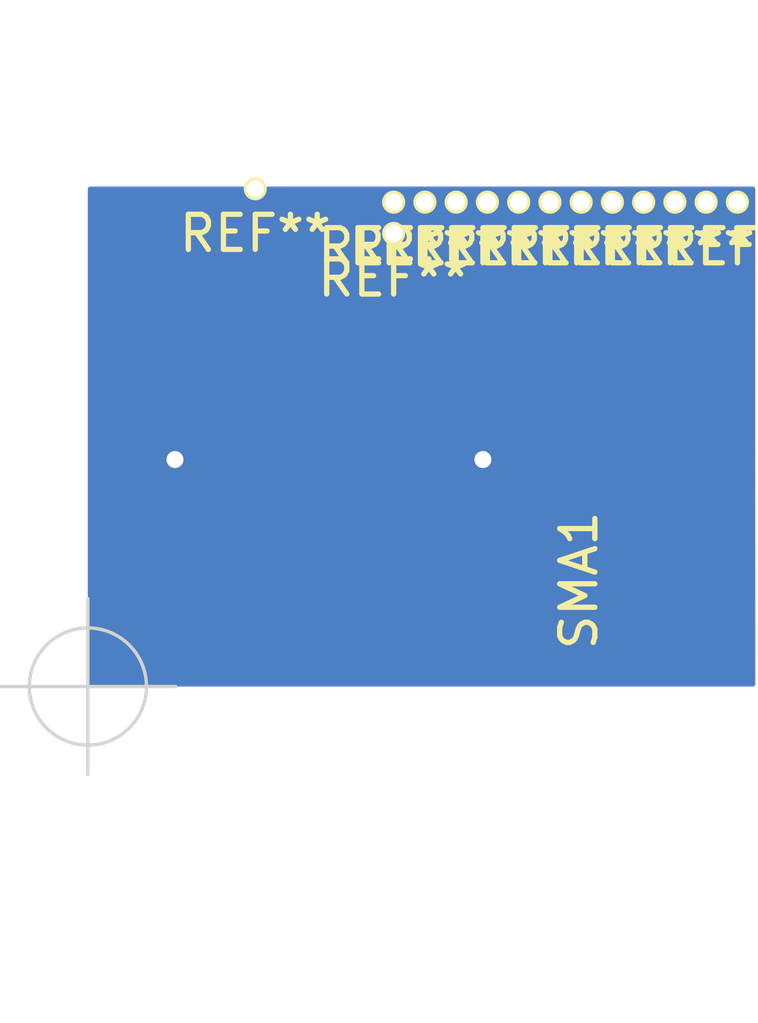
<source format=kicad_pcb>
(kicad_pcb (version 4) (host pcbnew 4.0.5)

  (general
    (links 10)
    (no_connects 1)
    (area 141.518 94.400699 165.377453 117.083401)
    (thickness 1.6)
    (drawings 9)
    (tracks 0)
    (zones 0)
    (modules 15)
    (nets 2)
  )

  (page A4)
  (layers
    (0 F.Cu signal)
    (31 B.Cu signal)
    (32 B.Adhes user hide)
    (33 F.Adhes user hide)
    (34 B.Paste user hide)
    (35 F.Paste user hide)
    (36 B.SilkS user hide)
    (37 F.SilkS user hide)
    (38 B.Mask user hide)
    (39 F.Mask user hide)
    (40 Dwgs.User user hide)
    (41 Cmts.User user hide)
    (42 Eco1.User user hide)
    (43 Eco2.User user hide)
    (44 Edge.Cuts user)
    (45 Margin user)
    (46 B.CrtYd user)
    (47 F.CrtYd user)
    (48 B.Fab user)
    (49 F.Fab user)
  )

  (setup
    (last_trace_width 0.381)
    (user_trace_width 0.50038)
    (user_trace_width 0.508)
    (user_trace_width 2.29108)
    (trace_clearance 0)
    (zone_clearance 0)
    (zone_45_only yes)
    (trace_min 0.127)
    (segment_width 0.2)
    (edge_width 0.09652)
    (via_size 0.381)
    (via_drill 0.254)
    (via_min_size 0.254)
    (via_min_drill 0.2032)
    (user_via 0.3048 0.254)
    (user_via 0.381 0.3048)
    (user_via 0.50038 0.381)
    (uvia_size 0.3)
    (uvia_drill 0.1)
    (uvias_allowed no)
    (uvia_min_size 0.2)
    (uvia_min_drill 0.1)
    (pcb_text_width 0.3)
    (pcb_text_size 1.5 1.5)
    (mod_edge_width 0.15)
    (mod_text_size 1 1)
    (mod_text_width 0.15)
    (pad_size 0.97 0.97)
    (pad_drill 0.4826)
    (pad_to_mask_clearance 0)
    (aux_axis_origin 144.018 113.9317)
    (visible_elements 7FFFFF9F)
    (pcbplotparams
      (layerselection 0x02000_80000001)
      (usegerberextensions false)
      (usegerberattributes true)
      (excludeedgelayer true)
      (linewidth 0.025400)
      (plotframeref true)
      (viasonmask false)
      (mode 1)
      (useauxorigin true)
      (hpglpennumber 1)
      (hpglpenspeed 20)
      (hpglpendiameter 15)
      (hpglpenoverlay 2)
      (psnegative false)
      (psa4output false)
      (plotreference false)
      (plotvalue false)
      (plotinvisibletext false)
      (padsonsilk false)
      (subtractmaskfromsilk false)
      (outputformat 1)
      (mirror false)
      (drillshape 0)
      (scaleselection 1)
      (outputdirectory mifa_milled_art/))
  )

  (net 0 "")
  (net 1 GND)

  (net_class Default "This is the default net class."
    (clearance 0)
    (trace_width 0.381)
    (via_dia 0.381)
    (via_drill 0.254)
    (uvia_dia 0.3)
    (uvia_drill 0.1)
    (add_net GND)
  )

  (module Vias:via_197 (layer F.Cu) (tedit 58BCBA96) (tstamp 58BCCCF7)
    (at 148.7805 99.7712)
    (fp_text reference REF** (at 0 1.27) (layer F.SilkS)
      (effects (font (size 1 1) (thickness 0.15)))
    )
    (fp_text value via_197 (at 0 -1.27) (layer F.Fab)
      (effects (font (size 1 1) (thickness 0.15)))
    )
    (fp_circle (center 0 0) (end 0.254 0) (layer F.SilkS) (width 0.15))
    (pad 1 thru_hole circle (at 0 0) (size 0.50038 0.50038) (drill 0.50038) (layers *.Cu *.Mask)
      (zone_connect 2))
  )

  (module Vias:via_197 (layer F.Cu) (tedit 58BCBA96) (tstamp 58BCCCB7)
    (at 152.7175 101.0412)
    (fp_text reference REF** (at 0 1.27) (layer F.SilkS)
      (effects (font (size 1 1) (thickness 0.15)))
    )
    (fp_text value via_197 (at 0 -1.27) (layer F.Fab)
      (effects (font (size 1 1) (thickness 0.15)))
    )
    (fp_circle (center 0 0) (end 0.254 0) (layer F.SilkS) (width 0.15))
    (pad 1 thru_hole circle (at 0 0) (size 0.50038 0.50038) (drill 0.50038) (layers *.Cu *.Mask)
      (zone_connect 2))
  )

  (module Vias:via_197 (layer F.Cu) (tedit 58BCBA96) (tstamp 58BCCDA1)
    (at 152.7175 100.1522)
    (fp_text reference REF** (at 0 1.27) (layer F.SilkS)
      (effects (font (size 1 1) (thickness 0.15)))
    )
    (fp_text value via_197 (at 0 -1.27) (layer F.Fab)
      (effects (font (size 1 1) (thickness 0.15)))
    )
    (fp_circle (center 0 0) (end 0.254 0) (layer F.SilkS) (width 0.15))
    (pad 1 thru_hole circle (at 0 0) (size 0.50038 0.50038) (drill 0.50038) (layers *.Cu *.Mask)
      (zone_connect 2))
  )

  (module Vias:via_197 (layer F.Cu) (tedit 58BCBA96) (tstamp 58BCCDB8)
    (at 153.6065 100.1522)
    (fp_text reference REF** (at 0 1.27) (layer F.SilkS)
      (effects (font (size 1 1) (thickness 0.15)))
    )
    (fp_text value via_197 (at 0 -1.27) (layer F.Fab)
      (effects (font (size 1 1) (thickness 0.15)))
    )
    (fp_circle (center 0 0) (end 0.254 0) (layer F.SilkS) (width 0.15))
    (pad 1 thru_hole circle (at 0 0) (size 0.50038 0.50038) (drill 0.50038) (layers *.Cu *.Mask)
      (zone_connect 2))
  )

  (module Vias:via_197 (layer F.Cu) (tedit 58BCBA96) (tstamp 58BCCDC3)
    (at 154.4955 100.1522)
    (fp_text reference REF** (at 0 1.27) (layer F.SilkS)
      (effects (font (size 1 1) (thickness 0.15)))
    )
    (fp_text value via_197 (at 0 -1.27) (layer F.Fab)
      (effects (font (size 1 1) (thickness 0.15)))
    )
    (fp_circle (center 0 0) (end 0.254 0) (layer F.SilkS) (width 0.15))
    (pad 1 thru_hole circle (at 0 0) (size 0.50038 0.50038) (drill 0.50038) (layers *.Cu *.Mask)
      (zone_connect 2))
  )

  (module Vias:via_197 (layer F.Cu) (tedit 58BCBA96) (tstamp 58BCCDCE)
    (at 155.3845 100.1522)
    (fp_text reference REF** (at 0 1.27) (layer F.SilkS)
      (effects (font (size 1 1) (thickness 0.15)))
    )
    (fp_text value via_197 (at 0 -1.27) (layer F.Fab)
      (effects (font (size 1 1) (thickness 0.15)))
    )
    (fp_circle (center 0 0) (end 0.254 0) (layer F.SilkS) (width 0.15))
    (pad 1 thru_hole circle (at 0 0) (size 0.50038 0.50038) (drill 0.50038) (layers *.Cu *.Mask)
      (zone_connect 2))
  )

  (module Vias:via_197 (layer F.Cu) (tedit 58BCBA96) (tstamp 58BCCDD9)
    (at 156.2735 100.1522)
    (fp_text reference REF** (at 0 1.27) (layer F.SilkS)
      (effects (font (size 1 1) (thickness 0.15)))
    )
    (fp_text value via_197 (at 0 -1.27) (layer F.Fab)
      (effects (font (size 1 1) (thickness 0.15)))
    )
    (fp_circle (center 0 0) (end 0.254 0) (layer F.SilkS) (width 0.15))
    (pad 1 thru_hole circle (at 0 0) (size 0.50038 0.50038) (drill 0.50038) (layers *.Cu *.Mask)
      (zone_connect 2))
  )

  (module Vias:via_197 (layer F.Cu) (tedit 58BCBA96) (tstamp 58BCCDE4)
    (at 157.1625 100.1522)
    (fp_text reference REF** (at 0 1.27) (layer F.SilkS)
      (effects (font (size 1 1) (thickness 0.15)))
    )
    (fp_text value via_197 (at 0 -1.27) (layer F.Fab)
      (effects (font (size 1 1) (thickness 0.15)))
    )
    (fp_circle (center 0 0) (end 0.254 0) (layer F.SilkS) (width 0.15))
    (pad 1 thru_hole circle (at 0 0) (size 0.50038 0.50038) (drill 0.50038) (layers *.Cu *.Mask)
      (zone_connect 2))
  )

  (module Vias:via_197 (layer F.Cu) (tedit 58BCBA96) (tstamp 58BCCDEF)
    (at 158.0515 100.1522)
    (fp_text reference REF** (at 0 1.27) (layer F.SilkS)
      (effects (font (size 1 1) (thickness 0.15)))
    )
    (fp_text value via_197 (at 0 -1.27) (layer F.Fab)
      (effects (font (size 1 1) (thickness 0.15)))
    )
    (fp_circle (center 0 0) (end 0.254 0) (layer F.SilkS) (width 0.15))
    (pad 1 thru_hole circle (at 0 0) (size 0.50038 0.50038) (drill 0.50038) (layers *.Cu *.Mask)
      (zone_connect 2))
  )

  (module Vias:via_197 (layer F.Cu) (tedit 58BCBA96) (tstamp 58BCCDFA)
    (at 158.9405 100.1522)
    (fp_text reference REF** (at 0 1.27) (layer F.SilkS)
      (effects (font (size 1 1) (thickness 0.15)))
    )
    (fp_text value via_197 (at 0 -1.27) (layer F.Fab)
      (effects (font (size 1 1) (thickness 0.15)))
    )
    (fp_circle (center 0 0) (end 0.254 0) (layer F.SilkS) (width 0.15))
    (pad 1 thru_hole circle (at 0 0) (size 0.50038 0.50038) (drill 0.50038) (layers *.Cu *.Mask)
      (zone_connect 2))
  )

  (module Vias:via_197 (layer F.Cu) (tedit 58BCBA96) (tstamp 58BCCE05)
    (at 159.8295 100.1522)
    (fp_text reference REF** (at 0 1.27) (layer F.SilkS)
      (effects (font (size 1 1) (thickness 0.15)))
    )
    (fp_text value via_197 (at 0 -1.27) (layer F.Fab)
      (effects (font (size 1 1) (thickness 0.15)))
    )
    (fp_circle (center 0 0) (end 0.254 0) (layer F.SilkS) (width 0.15))
    (pad 1 thru_hole circle (at 0 0) (size 0.50038 0.50038) (drill 0.50038) (layers *.Cu *.Mask)
      (zone_connect 2))
  )

  (module Connectors_Molex:Molex_SMA_Jack_Edge_Mount (layer F.Cu) (tedit 58B87BF1) (tstamp 58AE1DF6)
    (at 150.876 109.1946 90)
    (descr "Molex SMA Jack, Edge Mount, http://www.molex.com/pdm_docs/sd/732511150_sd.pdf")
    (tags "sma edge")
    (path /58AB8622)
    (attr smd)
    (fp_text reference SMA1 (at -1.72 7.11 90) (layer F.SilkS)
      (effects (font (size 1 1) (thickness 0.15)))
    )
    (fp_text value SMA_JPXSTEM1 (at -1.72 -7.11 90) (layer F.Fab)
      (effects (font (size 1 1) (thickness 0.15)))
    )
    (fp_line (start -4.76 -0.38) (end 0.49 -0.38) (layer F.Fab) (width 0.1))
    (fp_line (start -4.76 0.38) (end 0.49 0.38) (layer F.Fab) (width 0.1))
    (fp_line (start 0.49 -0.38) (end 0.49 0.38) (layer F.Fab) (width 0.1))
    (fp_line (start 0.49 3.75) (end 0.49 4.76) (layer F.Fab) (width 0.1))
    (fp_line (start 0.49 -4.76) (end 0.49 -3.75) (layer F.Fab) (width 0.1))
    (fp_line (start -14.29 -6.09) (end -14.29 6.09) (layer F.CrtYd) (width 0.05))
    (fp_line (start -14.29 6.09) (end 2.71 6.09) (layer F.CrtYd) (width 0.05))
    (fp_line (start 2.71 -6.09) (end 2.71 6.09) (layer B.CrtYd) (width 0.05))
    (fp_line (start -14.29 -6.09) (end 2.71 -6.09) (layer B.CrtYd) (width 0.05))
    (fp_line (start -14.29 -6.09) (end -14.29 6.09) (layer B.CrtYd) (width 0.05))
    (fp_line (start -14.29 6.09) (end 2.71 6.09) (layer B.CrtYd) (width 0.05))
    (fp_line (start 2.71 -6.09) (end 2.71 6.09) (layer F.CrtYd) (width 0.05))
    (fp_line (start 2.71 -6.09) (end -14.29 -6.09) (layer F.CrtYd) (width 0.05))
    (fp_line (start -4.76 -3.75) (end 0.49 -3.75) (layer F.Fab) (width 0.1))
    (fp_line (start -4.76 3.75) (end 0.49 3.75) (layer F.Fab) (width 0.1))
    (fp_line (start -13.79 -2.65) (end -5.91 -2.65) (layer F.Fab) (width 0.1))
    (fp_line (start -13.79 -2.65) (end -13.79 2.65) (layer F.Fab) (width 0.1))
    (fp_line (start -13.79 2.65) (end -5.91 2.65) (layer F.Fab) (width 0.1))
    (fp_line (start -4.76 -3.75) (end -4.76 3.75) (layer F.Fab) (width 0.1))
    (fp_line (start 0.49 -4.76) (end -5.91 -4.76) (layer F.Fab) (width 0.1))
    (fp_line (start -5.91 -4.76) (end -5.91 4.76) (layer F.Fab) (width 0.1))
    (fp_line (start -5.91 4.76) (end 0.49 4.76) (layer F.Fab) (width 0.1))
    (pad 1 smd rect (at -1.72 0 90) (size 5.08 2.29) (layers F.Cu F.Paste F.Mask)
      (net 1 GND))
    (pad 2 smd rect (at -1.72 -4.38 90) (size 5.08 2.42) (layers F.Cu F.Paste F.Mask)
      (net 1 GND))
    (pad 2 smd rect (at -1.72 4.38 90) (size 5.08 2.42) (layers F.Cu F.Paste F.Mask)
      (net 1 GND))
    (pad 2 smd rect (at -1.72 -4.38 90) (size 5.08 2.42) (layers B.Cu B.Paste B.Mask)
      (net 1 GND))
    (pad 2 smd rect (at -1.72 4.38 90) (size 5.08 2.42) (layers B.Cu B.Paste B.Mask)
      (net 1 GND))
    (pad 2 thru_hole circle (at 1.72 -4.38 90) (size 0.97 0.97) (drill 0.4826) (layers *.Cu)
      (net 1 GND))
    (pad 2 thru_hole circle (at 1.72 4.38 90) (size 0.97 0.97) (drill 0.4826) (layers *.Cu)
      (net 1 GND))
    (pad 2 smd rect (at 1.27 -4.38 90) (size 0.89 0.46) (layers F.Cu)
      (net 1 GND))
    (pad 2 smd rect (at 1.27 4.38 90) (size 0.89 0.46) (layers F.Cu)
      (net 1 GND))
    (pad 2 smd rect (at 1.27 -4.38 90) (size 0.89 0.46) (layers B.Cu)
      (net 1 GND))
    (pad 2 smd rect (at 1.27 4.38 90) (size 0.89 0.46) (layers B.Cu)
      (net 1 GND))
  )

  (module Vias:via_197 (layer F.Cu) (tedit 58BCBA96) (tstamp 58BCCE10)
    (at 160.7185 100.1522)
    (fp_text reference REF** (at 0 1.27) (layer F.SilkS)
      (effects (font (size 1 1) (thickness 0.15)))
    )
    (fp_text value via_197 (at 0 -1.27) (layer F.Fab)
      (effects (font (size 1 1) (thickness 0.15)))
    )
    (fp_circle (center 0 0) (end 0.254 0) (layer F.SilkS) (width 0.15))
    (pad 1 thru_hole circle (at 0 0) (size 0.50038 0.50038) (drill 0.50038) (layers *.Cu *.Mask)
      (zone_connect 2))
  )

  (module Vias:via_197 (layer F.Cu) (tedit 58BCBA96) (tstamp 58BCCE1B)
    (at 161.6075 100.1522)
    (fp_text reference REF** (at 0 1.27) (layer F.SilkS)
      (effects (font (size 1 1) (thickness 0.15)))
    )
    (fp_text value via_197 (at 0 -1.27) (layer F.Fab)
      (effects (font (size 1 1) (thickness 0.15)))
    )
    (fp_circle (center 0 0) (end 0.254 0) (layer F.SilkS) (width 0.15))
    (pad 1 thru_hole circle (at 0 0) (size 0.50038 0.50038) (drill 0.50038) (layers *.Cu *.Mask)
      (zone_connect 2))
  )

  (module Vias:via_197 (layer F.Cu) (tedit 58BCBA96) (tstamp 58BCCE28)
    (at 162.4965 100.1522)
    (fp_text reference REF** (at 0 1.27) (layer F.SilkS)
      (effects (font (size 1 1) (thickness 0.15)))
    )
    (fp_text value via_197 (at 0 -1.27) (layer F.Fab)
      (effects (font (size 1 1) (thickness 0.15)))
    )
    (fp_circle (center 0 0) (end 0.254 0) (layer F.SilkS) (width 0.15))
    (pad 1 thru_hole circle (at 0 0) (size 0.50038 0.50038) (drill 0.50038) (layers *.Cu *.Mask)
      (zone_connect 2))
  )

  (gr_line (start 163.0045 113.9317) (end 163.0045 94.5007) (angle 90) (layer Margin) (width 0.2))
  (gr_line (start 144.0307 113.9317) (end 163.0045 113.9317) (angle 90) (layer Margin) (width 0.2))
  (gr_line (start 144.018 107.5309) (end 144.018 113.9317) (angle 90) (layer Margin) (width 0.2))
  (target plus (at 144.018 113.9317) (size 5) (width 0.09652) (layer Edge.Cuts))
  (gr_line (start 147.828 99.7077) (end 147.828 94.5007) (angle 90) (layer Margin) (width 0.2))
  (gr_line (start 144.018 99.7077) (end 147.828 99.7077) (angle 90) (layer Margin) (width 0.2))
  (gr_line (start 144.018 107.5309) (end 144.018 99.7077) (angle 90) (layer Margin) (width 0.2))
  (gr_line (start 162.9918 94.5007) (end 162.9918 107.5309) (angle 90) (layer Margin) (width 0.2))
  (gr_line (start 147.828 94.5007) (end 162.9918 94.5007) (angle 90) (layer Margin) (width 0.2))

  (zone (net 1) (net_name GND) (layer F.Cu) (tstamp 58AE73CE) (hatch edge 0.508)
    (connect_pads yes (clearance 0))
    (min_thickness 0.1524)
    (fill yes (mode segment) (arc_segments 16) (thermal_gap 0.508) (thermal_bridge_width 0.508))
    (polygon
      (pts
        (xy 148.209 100.3427) (xy 149.352 100.3427) (xy 149.352 99.7077) (xy 149.4536 99.7077) (xy 149.4536 113.7285)
        (xy 152.2984 113.7285) (xy 152.2984 99.7077) (xy 163.0045 99.7077) (xy 163.0045 113.9317) (xy 144.018 113.9317)
        (xy 144.018 99.7077) (xy 148.209 99.7077)
      )
    )
    (filled_polygon
      (pts
        (xy 148.1328 100.3427) (xy 148.138803 100.372346) (xy 148.155868 100.397321) (xy 148.181305 100.413689) (xy 148.209 100.4189)
        (xy 149.352 100.4189) (xy 149.3774 100.413757) (xy 149.3774 113.7285) (xy 149.383403 113.758146) (xy 149.400468 113.783121)
        (xy 149.425905 113.799489) (xy 149.4536 113.8047) (xy 152.2984 113.8047) (xy 152.328046 113.798697) (xy 152.353021 113.781632)
        (xy 152.369389 113.756195) (xy 152.3746 113.7285) (xy 152.3746 101.105838) (xy 152.391054 101.105838) (xy 152.440639 101.225843)
        (xy 152.532374 101.317738) (xy 152.652292 101.367533) (xy 152.782138 101.367646) (xy 152.902143 101.318061) (xy 152.994038 101.226326)
        (xy 153.043833 101.106408) (xy 153.043946 100.976562) (xy 152.994361 100.856557) (xy 152.902626 100.764662) (xy 152.782708 100.714867)
        (xy 152.652862 100.714754) (xy 152.532857 100.764339) (xy 152.440962 100.856074) (xy 152.391167 100.975992) (xy 152.391054 101.105838)
        (xy 152.3746 101.105838) (xy 152.3746 100.216838) (xy 152.391054 100.216838) (xy 152.440639 100.336843) (xy 152.532374 100.428738)
        (xy 152.652292 100.478533) (xy 152.782138 100.478646) (xy 152.902143 100.429061) (xy 152.994038 100.337326) (xy 153.043833 100.217408)
        (xy 153.043833 100.216838) (xy 153.280054 100.216838) (xy 153.329639 100.336843) (xy 153.421374 100.428738) (xy 153.541292 100.478533)
        (xy 153.671138 100.478646) (xy 153.791143 100.429061) (xy 153.883038 100.337326) (xy 153.932833 100.217408) (xy 153.932833 100.216838)
        (xy 154.169054 100.216838) (xy 154.218639 100.336843) (xy 154.310374 100.428738) (xy 154.430292 100.478533) (xy 154.560138 100.478646)
        (xy 154.680143 100.429061) (xy 154.772038 100.337326) (xy 154.821833 100.217408) (xy 154.821833 100.216838) (xy 155.058054 100.216838)
        (xy 155.107639 100.336843) (xy 155.199374 100.428738) (xy 155.319292 100.478533) (xy 155.449138 100.478646) (xy 155.569143 100.429061)
        (xy 155.661038 100.337326) (xy 155.710833 100.217408) (xy 155.710833 100.216838) (xy 155.947054 100.216838) (xy 155.996639 100.336843)
        (xy 156.088374 100.428738) (xy 156.208292 100.478533) (xy 156.338138 100.478646) (xy 156.458143 100.429061) (xy 156.550038 100.337326)
        (xy 156.599833 100.217408) (xy 156.599833 100.216838) (xy 156.836054 100.216838) (xy 156.885639 100.336843) (xy 156.977374 100.428738)
        (xy 157.097292 100.478533) (xy 157.227138 100.478646) (xy 157.347143 100.429061) (xy 157.439038 100.337326) (xy 157.488833 100.217408)
        (xy 157.488833 100.216838) (xy 157.725054 100.216838) (xy 157.774639 100.336843) (xy 157.866374 100.428738) (xy 157.986292 100.478533)
        (xy 158.116138 100.478646) (xy 158.236143 100.429061) (xy 158.328038 100.337326) (xy 158.377833 100.217408) (xy 158.377833 100.216838)
        (xy 158.614054 100.216838) (xy 158.663639 100.336843) (xy 158.755374 100.428738) (xy 158.875292 100.478533) (xy 159.005138 100.478646)
        (xy 159.125143 100.429061) (xy 159.217038 100.337326) (xy 159.266833 100.217408) (xy 159.266833 100.216838) (xy 159.503054 100.216838)
        (xy 159.552639 100.336843) (xy 159.644374 100.428738) (xy 159.764292 100.478533) (xy 159.894138 100.478646) (xy 160.014143 100.429061)
        (xy 160.106038 100.337326) (xy 160.155833 100.217408) (xy 160.155833 100.216838) (xy 160.392054 100.216838) (xy 160.441639 100.336843)
        (xy 160.533374 100.428738) (xy 160.653292 100.478533) (xy 160.783138 100.478646) (xy 160.903143 100.429061) (xy 160.995038 100.337326)
        (xy 161.044833 100.217408) (xy 161.044833 100.216838) (xy 161.281054 100.216838) (xy 161.330639 100.336843) (xy 161.422374 100.428738)
        (xy 161.542292 100.478533) (xy 161.672138 100.478646) (xy 161.792143 100.429061) (xy 161.884038 100.337326) (xy 161.933833 100.217408)
        (xy 161.933833 100.216838) (xy 162.170054 100.216838) (xy 162.219639 100.336843) (xy 162.311374 100.428738) (xy 162.431292 100.478533)
        (xy 162.561138 100.478646) (xy 162.681143 100.429061) (xy 162.773038 100.337326) (xy 162.822833 100.217408) (xy 162.822946 100.087562)
        (xy 162.773361 99.967557) (xy 162.681626 99.875662) (xy 162.561708 99.825867) (xy 162.431862 99.825754) (xy 162.311857 99.875339)
        (xy 162.219962 99.967074) (xy 162.170167 100.086992) (xy 162.170054 100.216838) (xy 161.933833 100.216838) (xy 161.933946 100.087562)
        (xy 161.884361 99.967557) (xy 161.792626 99.875662) (xy 161.672708 99.825867) (xy 161.542862 99.825754) (xy 161.422857 99.875339)
        (xy 161.330962 99.967074) (xy 161.281167 100.086992) (xy 161.281054 100.216838) (xy 161.044833 100.216838) (xy 161.044946 100.087562)
        (xy 160.995361 99.967557) (xy 160.903626 99.875662) (xy 160.783708 99.825867) (xy 160.653862 99.825754) (xy 160.533857 99.875339)
        (xy 160.441962 99.967074) (xy 160.392167 100.086992) (xy 160.392054 100.216838) (xy 160.155833 100.216838) (xy 160.155946 100.087562)
        (xy 160.106361 99.967557) (xy 160.014626 99.875662) (xy 159.894708 99.825867) (xy 159.764862 99.825754) (xy 159.644857 99.875339)
        (xy 159.552962 99.967074) (xy 159.503167 100.086992) (xy 159.503054 100.216838) (xy 159.266833 100.216838) (xy 159.266946 100.087562)
        (xy 159.217361 99.967557) (xy 159.125626 99.875662) (xy 159.005708 99.825867) (xy 158.875862 99.825754) (xy 158.755857 99.875339)
        (xy 158.663962 99.967074) (xy 158.614167 100.086992) (xy 158.614054 100.216838) (xy 158.377833 100.216838) (xy 158.377946 100.087562)
        (xy 158.328361 99.967557) (xy 158.236626 99.875662) (xy 158.116708 99.825867) (xy 157.986862 99.825754) (xy 157.866857 99.875339)
        (xy 157.774962 99.967074) (xy 157.725167 100.086992) (xy 157.725054 100.216838) (xy 157.488833 100.216838) (xy 157.488946 100.087562)
        (xy 157.439361 99.967557) (xy 157.347626 99.875662) (xy 157.227708 99.825867) (xy 157.097862 99.825754) (xy 156.977857 99.875339)
        (xy 156.885962 99.967074) (xy 156.836167 100.086992) (xy 156.836054 100.216838) (xy 156.599833 100.216838) (xy 156.599946 100.087562)
        (xy 156.550361 99.967557) (xy 156.458626 99.875662) (xy 156.338708 99.825867) (xy 156.208862 99.825754) (xy 156.088857 99.875339)
        (xy 155.996962 99.967074) (xy 155.947167 100.086992) (xy 155.947054 100.216838) (xy 155.710833 100.216838) (xy 155.710946 100.087562)
        (xy 155.661361 99.967557) (xy 155.569626 99.875662) (xy 155.449708 99.825867) (xy 155.319862 99.825754) (xy 155.199857 99.875339)
        (xy 155.107962 99.967074) (xy 155.058167 100.086992) (xy 155.058054 100.216838) (xy 154.821833 100.216838) (xy 154.821946 100.087562)
        (xy 154.772361 99.967557) (xy 154.680626 99.875662) (xy 154.560708 99.825867) (xy 154.430862 99.825754) (xy 154.310857 99.875339)
        (xy 154.218962 99.967074) (xy 154.169167 100.086992) (xy 154.169054 100.216838) (xy 153.932833 100.216838) (xy 153.932946 100.087562)
        (xy 153.883361 99.967557) (xy 153.791626 99.875662) (xy 153.671708 99.825867) (xy 153.541862 99.825754) (xy 153.421857 99.875339)
        (xy 153.329962 99.967074) (xy 153.280167 100.086992) (xy 153.280054 100.216838) (xy 153.043833 100.216838) (xy 153.043946 100.087562)
        (xy 152.994361 99.967557) (xy 152.902626 99.875662) (xy 152.782708 99.825867) (xy 152.652862 99.825754) (xy 152.532857 99.875339)
        (xy 152.440962 99.967074) (xy 152.391167 100.086992) (xy 152.391054 100.216838) (xy 152.3746 100.216838) (xy 152.3746 99.7839)
        (xy 162.9283 99.7839) (xy 162.9283 113.8555) (xy 144.0942 113.8555) (xy 144.0942 99.7839) (xy 148.1328 99.7839)
      )
    )
    (fill_segments
      (pts (xy 144.0942 99.7839) (xy 148.1328 99.7839))
      (pts (xy 152.3746 99.7839) (xy 162.9283 99.7839))
      (pts (xy 144.0942 99.8855) (xy 148.1328 99.8855))
      (pts (xy 152.3746 99.8855) (xy 152.522679 99.8855))
      (pts (xy 152.912447 99.8855) (xy 153.411679 99.8855))
      (pts (xy 153.801447 99.8855) (xy 154.300679 99.8855))
      (pts (xy 154.690447 99.8855) (xy 155.189679 99.8855))
      (pts (xy 155.579447 99.8855) (xy 156.078679 99.8855))
      (pts (xy 156.468447 99.8855) (xy 156.967679 99.8855))
      (pts (xy 157.357447 99.8855) (xy 157.856679 99.8855))
      (pts (xy 158.246447 99.8855) (xy 158.745679 99.8855))
      (pts (xy 159.135447 99.8855) (xy 159.634679 99.8855))
      (pts (xy 160.024447 99.8855) (xy 160.523679 99.8855))
      (pts (xy 160.913447 99.8855) (xy 161.412679 99.8855))
      (pts (xy 161.802447 99.8855) (xy 162.301679 99.8855))
      (pts (xy 162.691447 99.8855) (xy 162.9283 99.8855))
      (pts (xy 144.0942 99.9871) (xy 148.1328 99.9871))
      (pts (xy 152.3746 99.9871) (xy 152.432647 99.9871))
      (pts (xy 153.002436 99.9871) (xy 153.321647 99.9871))
      (pts (xy 153.891436 99.9871) (xy 154.210647 99.9871))
      (pts (xy 154.780436 99.9871) (xy 155.099647 99.9871))
      (pts (xy 155.669436 99.9871) (xy 155.988647 99.9871))
      (pts (xy 156.558436 99.9871) (xy 156.877647 99.9871))
      (pts (xy 157.447436 99.9871) (xy 157.766647 99.9871))
      (pts (xy 158.336436 99.9871) (xy 158.655647 99.9871))
      (pts (xy 159.225436 99.9871) (xy 159.544647 99.9871))
      (pts (xy 160.114436 99.9871) (xy 160.433647 99.9871))
      (pts (xy 161.003436 99.9871) (xy 161.322647 99.9871))
      (pts (xy 161.892436 99.9871) (xy 162.211647 99.9871))
      (pts (xy 162.781436 99.9871) (xy 162.9283 99.9871))
      (pts (xy 144.0942 100.0887) (xy 148.1328 100.0887))
      (pts (xy 152.3746 100.0887) (xy 152.391166 100.0887))
      (pts (xy 153.043945 100.0887) (xy 153.280166 100.0887))
      (pts (xy 153.932945 100.0887) (xy 154.169166 100.0887))
      (pts (xy 154.821945 100.0887) (xy 155.058166 100.0887))
      (pts (xy 155.710945 100.0887) (xy 155.947166 100.0887))
      (pts (xy 156.599945 100.0887) (xy 156.836166 100.0887))
      (pts (xy 157.488945 100.0887) (xy 157.725166 100.0887))
      (pts (xy 158.377945 100.0887) (xy 158.614166 100.0887))
      (pts (xy 159.266945 100.0887) (xy 159.503166 100.0887))
      (pts (xy 160.155945 100.0887) (xy 160.392166 100.0887))
      (pts (xy 161.044945 100.0887) (xy 161.281166 100.0887))
      (pts (xy 161.933945 100.0887) (xy 162.170166 100.0887))
      (pts (xy 162.822945 100.0887) (xy 162.9283 100.0887))
      (pts (xy 144.0942 100.1903) (xy 148.1328 100.1903))
      (pts (xy 152.3746 100.1903) (xy 152.391078 100.1903))
      (pts (xy 153.043856 100.1903) (xy 153.280078 100.1903))
      (pts (xy 153.932856 100.1903) (xy 154.169078 100.1903))
      (pts (xy 154.821856 100.1903) (xy 155.058078 100.1903))
      (pts (xy 155.710856 100.1903) (xy 155.947078 100.1903))
      (pts (xy 156.599856 100.1903) (xy 156.836078 100.1903))
      (pts (xy 157.488856 100.1903) (xy 157.725078 100.1903))
      (pts (xy 158.377856 100.1903) (xy 158.614078 100.1903))
      (pts (xy 159.266856 100.1903) (xy 159.503078 100.1903))
      (pts (xy 160.155856 100.1903) (xy 160.392078 100.1903))
      (pts (xy 161.044856 100.1903) (xy 161.281078 100.1903))
      (pts (xy 161.933856 100.1903) (xy 162.170078 100.1903))
      (pts (xy 162.822856 100.1903) (xy 162.9283 100.1903))
      (pts (xy 144.0942 100.2919) (xy 148.1328 100.2919))
      (pts (xy 152.3746 100.2919) (xy 152.422068 100.2919))
      (pts (xy 153.0129 100.2919) (xy 153.311068 100.2919))
      (pts (xy 153.9019 100.2919) (xy 154.200068 100.2919))
      (pts (xy 154.7909 100.2919) (xy 155.089068 100.2919))
      (pts (xy 155.6799 100.2919) (xy 155.978068 100.2919))
      (pts (xy 156.5689 100.2919) (xy 156.867068 100.2919))
      (pts (xy 157.4579 100.2919) (xy 157.756068 100.2919))
      (pts (xy 158.3469 100.2919) (xy 158.645068 100.2919))
      (pts (xy 159.2359 100.2919) (xy 159.534068 100.2919))
      (pts (xy 160.1249 100.2919) (xy 160.423068 100.2919))
      (pts (xy 161.0139 100.2919) (xy 161.312068 100.2919))
      (pts (xy 161.9029 100.2919) (xy 162.201068 100.2919))
      (pts (xy 162.7919 100.2919) (xy 162.9283 100.2919))
      (pts (xy 144.0942 100.3935) (xy 148.153257 100.3935))
      (pts (xy 152.3746 100.3935) (xy 152.497197 100.3935))
      (pts (xy 152.937766 100.3935) (xy 153.386197 100.3935))
      (pts (xy 153.826766 100.3935) (xy 154.275197 100.3935))
      (pts (xy 154.715766 100.3935) (xy 155.164197 100.3935))
      (pts (xy 155.604766 100.3935) (xy 156.053197 100.3935))
      (pts (xy 156.493766 100.3935) (xy 156.942197 100.3935))
      (pts (xy 157.382766 100.3935) (xy 157.831197 100.3935))
      (pts (xy 158.271766 100.3935) (xy 158.720197 100.3935))
      (pts (xy 159.160766 100.3935) (xy 159.609197 100.3935))
      (pts (xy 160.049766 100.3935) (xy 160.498197 100.3935))
      (pts (xy 160.938766 100.3935) (xy 161.387197 100.3935))
      (pts (xy 161.827766 100.3935) (xy 162.276197 100.3935))
      (pts (xy 162.716766 100.3935) (xy 162.9283 100.3935))
      (pts (xy 144.0942 100.4951) (xy 149.3774 100.4951))
      (pts (xy 152.3746 100.4951) (xy 162.9283 100.4951))
      (pts (xy 144.0942 100.5967) (xy 149.3774 100.5967))
      (pts (xy 152.3746 100.5967) (xy 162.9283 100.5967))
      (pts (xy 144.0942 100.6983) (xy 149.3774 100.6983))
      (pts (xy 152.3746 100.6983) (xy 162.9283 100.6983))
      (pts (xy 144.0942 100.7999) (xy 149.3774 100.7999))
      (pts (xy 152.3746 100.7999) (xy 152.497234 100.7999))
      (pts (xy 152.937803 100.7999) (xy 162.9283 100.7999))
      (pts (xy 144.0942 100.9015) (xy 149.3774 100.9015))
      (pts (xy 152.3746 100.9015) (xy 152.4221 100.9015))
      (pts (xy 153.012932 100.9015) (xy 162.9283 100.9015))
      (pts (xy 144.0942 101.0031) (xy 149.3774 101.0031))
      (pts (xy 152.3746 101.0031) (xy 152.391144 101.0031))
      (pts (xy 153.043922 101.0031) (xy 162.9283 101.0031))
      (pts (xy 144.0942 101.1047) (xy 149.3774 101.1047))
      (pts (xy 152.3746 101.1047) (xy 152.391055 101.1047))
      (pts (xy 153.043834 101.1047) (xy 162.9283 101.1047))
      (pts (xy 144.0942 101.2063) (xy 149.3774 101.2063))
      (pts (xy 152.3746 101.2063) (xy 152.432564 101.2063))
      (pts (xy 153.002353 101.2063) (xy 162.9283 101.2063))
      (pts (xy 144.0942 101.3079) (xy 149.3774 101.3079))
      (pts (xy 152.3746 101.3079) (xy 152.522553 101.3079))
      (pts (xy 152.912321 101.3079) (xy 162.9283 101.3079))
      (pts (xy 144.0942 101.4095) (xy 149.3774 101.4095))
      (pts (xy 152.3746 101.4095) (xy 162.9283 101.4095))
      (pts (xy 144.0942 101.5111) (xy 149.3774 101.5111))
      (pts (xy 152.3746 101.5111) (xy 162.9283 101.5111))
      (pts (xy 144.0942 101.6127) (xy 149.3774 101.6127))
      (pts (xy 152.3746 101.6127) (xy 162.9283 101.6127))
      (pts (xy 144.0942 101.7143) (xy 149.3774 101.7143))
      (pts (xy 152.3746 101.7143) (xy 162.9283 101.7143))
      (pts (xy 144.0942 101.8159) (xy 149.3774 101.8159))
      (pts (xy 152.3746 101.8159) (xy 162.9283 101.8159))
      (pts (xy 144.0942 101.9175) (xy 149.3774 101.9175))
      (pts (xy 152.3746 101.9175) (xy 162.9283 101.9175))
      (pts (xy 144.0942 102.0191) (xy 149.3774 102.0191))
      (pts (xy 152.3746 102.0191) (xy 162.9283 102.0191))
      (pts (xy 144.0942 102.1207) (xy 149.3774 102.1207))
      (pts (xy 152.3746 102.1207) (xy 162.9283 102.1207))
      (pts (xy 144.0942 102.2223) (xy 149.3774 102.2223))
      (pts (xy 152.3746 102.2223) (xy 162.9283 102.2223))
      (pts (xy 144.0942 102.3239) (xy 149.3774 102.3239))
      (pts (xy 152.3746 102.3239) (xy 162.9283 102.3239))
      (pts (xy 144.0942 102.4255) (xy 149.3774 102.4255))
      (pts (xy 152.3746 102.4255) (xy 162.9283 102.4255))
      (pts (xy 144.0942 102.5271) (xy 149.3774 102.5271))
      (pts (xy 152.3746 102.5271) (xy 162.9283 102.5271))
      (pts (xy 144.0942 102.6287) (xy 149.3774 102.6287))
      (pts (xy 152.3746 102.6287) (xy 162.9283 102.6287))
      (pts (xy 144.0942 102.7303) (xy 149.3774 102.7303))
      (pts (xy 152.3746 102.7303) (xy 162.9283 102.7303))
      (pts (xy 144.0942 102.8319) (xy 149.3774 102.8319))
      (pts (xy 152.3746 102.8319) (xy 162.9283 102.8319))
      (pts (xy 144.0942 102.9335) (xy 149.3774 102.9335))
      (pts (xy 152.3746 102.9335) (xy 162.9283 102.9335))
      (pts (xy 144.0942 103.0351) (xy 149.3774 103.0351))
      (pts (xy 152.3746 103.0351) (xy 162.9283 103.0351))
      (pts (xy 144.0942 103.1367) (xy 149.3774 103.1367))
      (pts (xy 152.3746 103.1367) (xy 162.9283 103.1367))
      (pts (xy 144.0942 103.2383) (xy 149.3774 103.2383))
      (pts (xy 152.3746 103.2383) (xy 162.9283 103.2383))
      (pts (xy 144.0942 103.3399) (xy 149.3774 103.3399))
      (pts (xy 152.3746 103.3399) (xy 162.9283 103.3399))
      (pts (xy 144.0942 103.4415) (xy 149.3774 103.4415))
      (pts (xy 152.3746 103.4415) (xy 162.9283 103.4415))
      (pts (xy 144.0942 103.5431) (xy 149.3774 103.5431))
      (pts (xy 152.3746 103.5431) (xy 162.9283 103.5431))
      (pts (xy 144.0942 103.6447) (xy 149.3774 103.6447))
      (pts (xy 152.3746 103.6447) (xy 162.9283 103.6447))
      (pts (xy 144.0942 103.7463) (xy 149.3774 103.7463))
      (pts (xy 152.3746 103.7463) (xy 162.9283 103.7463))
      (pts (xy 144.0942 103.8479) (xy 149.3774 103.8479))
      (pts (xy 152.3746 103.8479) (xy 162.9283 103.8479))
      (pts (xy 144.0942 103.9495) (xy 149.3774 103.9495))
      (pts (xy 152.3746 103.9495) (xy 162.9283 103.9495))
      (pts (xy 144.0942 104.0511) (xy 149.3774 104.0511))
      (pts (xy 152.3746 104.0511) (xy 162.9283 104.0511))
      (pts (xy 144.0942 104.1527) (xy 149.3774 104.1527))
      (pts (xy 152.3746 104.1527) (xy 162.9283 104.1527))
      (pts (xy 144.0942 104.2543) (xy 149.3774 104.2543))
      (pts (xy 152.3746 104.2543) (xy 162.9283 104.2543))
      (pts (xy 144.0942 104.3559) (xy 149.3774 104.3559))
      (pts (xy 152.3746 104.3559) (xy 162.9283 104.3559))
      (pts (xy 144.0942 104.4575) (xy 149.3774 104.4575))
      (pts (xy 152.3746 104.4575) (xy 162.9283 104.4575))
      (pts (xy 144.0942 104.5591) (xy 149.3774 104.5591))
      (pts (xy 152.3746 104.5591) (xy 162.9283 104.5591))
      (pts (xy 144.0942 104.6607) (xy 149.3774 104.6607))
      (pts (xy 152.3746 104.6607) (xy 162.9283 104.6607))
      (pts (xy 144.0942 104.7623) (xy 149.3774 104.7623))
      (pts (xy 152.3746 104.7623) (xy 162.9283 104.7623))
      (pts (xy 144.0942 104.8639) (xy 149.3774 104.8639))
      (pts (xy 152.3746 104.8639) (xy 162.9283 104.8639))
      (pts (xy 144.0942 104.9655) (xy 149.3774 104.9655))
      (pts (xy 152.3746 104.9655) (xy 162.9283 104.9655))
      (pts (xy 144.0942 105.0671) (xy 149.3774 105.0671))
      (pts (xy 152.3746 105.0671) (xy 162.9283 105.0671))
      (pts (xy 144.0942 105.1687) (xy 149.3774 105.1687))
      (pts (xy 152.3746 105.1687) (xy 162.9283 105.1687))
      (pts (xy 144.0942 105.2703) (xy 149.3774 105.2703))
      (pts (xy 152.3746 105.2703) (xy 162.9283 105.2703))
      (pts (xy 144.0942 105.3719) (xy 149.3774 105.3719))
      (pts (xy 152.3746 105.3719) (xy 162.9283 105.3719))
      (pts (xy 144.0942 105.4735) (xy 149.3774 105.4735))
      (pts (xy 152.3746 105.4735) (xy 162.9283 105.4735))
      (pts (xy 144.0942 105.5751) (xy 149.3774 105.5751))
      (pts (xy 152.3746 105.5751) (xy 162.9283 105.5751))
      (pts (xy 144.0942 105.6767) (xy 149.3774 105.6767))
      (pts (xy 152.3746 105.6767) (xy 162.9283 105.6767))
      (pts (xy 144.0942 105.7783) (xy 149.3774 105.7783))
      (pts (xy 152.3746 105.7783) (xy 162.9283 105.7783))
      (pts (xy 144.0942 105.8799) (xy 149.3774 105.8799))
      (pts (xy 152.3746 105.8799) (xy 162.9283 105.8799))
      (pts (xy 144.0942 105.9815) (xy 149.3774 105.9815))
      (pts (xy 152.3746 105.9815) (xy 162.9283 105.9815))
      (pts (xy 144.0942 106.0831) (xy 149.3774 106.0831))
      (pts (xy 152.3746 106.0831) (xy 162.9283 106.0831))
      (pts (xy 144.0942 106.1847) (xy 149.3774 106.1847))
      (pts (xy 152.3746 106.1847) (xy 162.9283 106.1847))
      (pts (xy 144.0942 106.2863) (xy 149.3774 106.2863))
      (pts (xy 152.3746 106.2863) (xy 162.9283 106.2863))
      (pts (xy 144.0942 106.3879) (xy 149.3774 106.3879))
      (pts (xy 152.3746 106.3879) (xy 162.9283 106.3879))
      (pts (xy 144.0942 106.4895) (xy 149.3774 106.4895))
      (pts (xy 152.3746 106.4895) (xy 162.9283 106.4895))
      (pts (xy 144.0942 106.5911) (xy 149.3774 106.5911))
      (pts (xy 152.3746 106.5911) (xy 162.9283 106.5911))
      (pts (xy 144.0942 106.6927) (xy 149.3774 106.6927))
      (pts (xy 152.3746 106.6927) (xy 162.9283 106.6927))
      (pts (xy 144.0942 106.7943) (xy 149.3774 106.7943))
      (pts (xy 152.3746 106.7943) (xy 162.9283 106.7943))
      (pts (xy 144.0942 106.8959) (xy 149.3774 106.8959))
      (pts (xy 152.3746 106.8959) (xy 162.9283 106.8959))
      (pts (xy 144.0942 106.9975) (xy 149.3774 106.9975))
      (pts (xy 152.3746 106.9975) (xy 162.9283 106.9975))
      (pts (xy 144.0942 107.0991) (xy 149.3774 107.0991))
      (pts (xy 152.3746 107.0991) (xy 162.9283 107.0991))
      (pts (xy 144.0942 107.2007) (xy 149.3774 107.2007))
      (pts (xy 152.3746 107.2007) (xy 162.9283 107.2007))
      (pts (xy 144.0942 107.3023) (xy 149.3774 107.3023))
      (pts (xy 152.3746 107.3023) (xy 162.9283 107.3023))
      (pts (xy 144.0942 107.4039) (xy 149.3774 107.4039))
      (pts (xy 152.3746 107.4039) (xy 162.9283 107.4039))
      (pts (xy 144.0942 107.5055) (xy 149.3774 107.5055))
      (pts (xy 152.3746 107.5055) (xy 162.9283 107.5055))
      (pts (xy 144.0942 107.6071) (xy 149.3774 107.6071))
      (pts (xy 152.3746 107.6071) (xy 162.9283 107.6071))
      (pts (xy 144.0942 107.7087) (xy 149.3774 107.7087))
      (pts (xy 152.3746 107.7087) (xy 162.9283 107.7087))
      (pts (xy 144.0942 107.8103) (xy 149.3774 107.8103))
      (pts (xy 152.3746 107.8103) (xy 162.9283 107.8103))
      (pts (xy 144.0942 107.9119) (xy 149.3774 107.9119))
      (pts (xy 152.3746 107.9119) (xy 162.9283 107.9119))
      (pts (xy 144.0942 108.0135) (xy 149.3774 108.0135))
      (pts (xy 152.3746 108.0135) (xy 162.9283 108.0135))
      (pts (xy 144.0942 108.1151) (xy 149.3774 108.1151))
      (pts (xy 152.3746 108.1151) (xy 162.9283 108.1151))
      (pts (xy 144.0942 108.2167) (xy 149.3774 108.2167))
      (pts (xy 152.3746 108.2167) (xy 162.9283 108.2167))
      (pts (xy 144.0942 108.3183) (xy 149.3774 108.3183))
      (pts (xy 152.3746 108.3183) (xy 162.9283 108.3183))
      (pts (xy 144.0942 108.4199) (xy 149.3774 108.4199))
      (pts (xy 152.3746 108.4199) (xy 162.9283 108.4199))
      (pts (xy 144.0942 108.5215) (xy 149.3774 108.5215))
      (pts (xy 152.3746 108.5215) (xy 162.9283 108.5215))
      (pts (xy 144.0942 108.6231) (xy 149.3774 108.6231))
      (pts (xy 152.3746 108.6231) (xy 162.9283 108.6231))
      (pts (xy 144.0942 108.7247) (xy 149.3774 108.7247))
      (pts (xy 152.3746 108.7247) (xy 162.9283 108.7247))
      (pts (xy 144.0942 108.8263) (xy 149.3774 108.8263))
      (pts (xy 152.3746 108.8263) (xy 162.9283 108.8263))
      (pts (xy 144.0942 108.9279) (xy 149.3774 108.9279))
      (pts (xy 152.3746 108.9279) (xy 162.9283 108.9279))
      (pts (xy 144.0942 109.0295) (xy 149.3774 109.0295))
      (pts (xy 152.3746 109.0295) (xy 162.9283 109.0295))
      (pts (xy 144.0942 109.1311) (xy 149.3774 109.1311))
      (pts (xy 152.3746 109.1311) (xy 162.9283 109.1311))
      (pts (xy 144.0942 109.2327) (xy 149.3774 109.2327))
      (pts (xy 152.3746 109.2327) (xy 162.9283 109.2327))
      (pts (xy 144.0942 109.3343) (xy 149.3774 109.3343))
      (pts (xy 152.3746 109.3343) (xy 162.9283 109.3343))
      (pts (xy 144.0942 109.4359) (xy 149.3774 109.4359))
      (pts (xy 152.3746 109.4359) (xy 162.9283 109.4359))
      (pts (xy 144.0942 109.5375) (xy 149.3774 109.5375))
      (pts (xy 152.3746 109.5375) (xy 162.9283 109.5375))
      (pts (xy 144.0942 109.6391) (xy 149.3774 109.6391))
      (pts (xy 152.3746 109.6391) (xy 162.9283 109.6391))
      (pts (xy 144.0942 109.7407) (xy 149.3774 109.7407))
      (pts (xy 152.3746 109.7407) (xy 162.9283 109.7407))
      (pts (xy 144.0942 109.8423) (xy 149.3774 109.8423))
      (pts (xy 152.3746 109.8423) (xy 162.9283 109.8423))
      (pts (xy 144.0942 109.9439) (xy 149.3774 109.9439))
      (pts (xy 152.3746 109.9439) (xy 162.9283 109.9439))
      (pts (xy 144.0942 110.0455) (xy 149.3774 110.0455))
      (pts (xy 152.3746 110.0455) (xy 162.9283 110.0455))
      (pts (xy 144.0942 110.1471) (xy 149.3774 110.1471))
      (pts (xy 152.3746 110.1471) (xy 162.9283 110.1471))
      (pts (xy 144.0942 110.2487) (xy 149.3774 110.2487))
      (pts (xy 152.3746 110.2487) (xy 162.9283 110.2487))
      (pts (xy 144.0942 110.3503) (xy 149.3774 110.3503))
      (pts (xy 152.3746 110.3503) (xy 162.9283 110.3503))
      (pts (xy 144.0942 110.4519) (xy 149.3774 110.4519))
      (pts (xy 152.3746 110.4519) (xy 162.9283 110.4519))
      (pts (xy 144.0942 110.5535) (xy 149.3774 110.5535))
      (pts (xy 152.3746 110.5535) (xy 162.9283 110.5535))
      (pts (xy 144.0942 110.6551) (xy 149.3774 110.6551))
      (pts (xy 152.3746 110.6551) (xy 162.9283 110.6551))
      (pts (xy 144.0942 110.7567) (xy 149.3774 110.7567))
      (pts (xy 152.3746 110.7567) (xy 162.9283 110.7567))
      (pts (xy 144.0942 110.8583) (xy 149.3774 110.8583))
      (pts (xy 152.3746 110.8583) (xy 162.9283 110.8583))
      (pts (xy 144.0942 110.9599) (xy 149.3774 110.9599))
      (pts (xy 152.3746 110.9599) (xy 162.9283 110.9599))
      (pts (xy 144.0942 111.0615) (xy 149.3774 111.0615))
      (pts (xy 152.3746 111.0615) (xy 162.9283 111.0615))
      (pts (xy 144.0942 111.1631) (xy 149.3774 111.1631))
      (pts (xy 152.3746 111.1631) (xy 162.9283 111.1631))
      (pts (xy 144.0942 111.2647) (xy 149.3774 111.2647))
      (pts (xy 152.3746 111.2647) (xy 162.9283 111.2647))
      (pts (xy 144.0942 111.3663) (xy 149.3774 111.3663))
      (pts (xy 152.3746 111.3663) (xy 162.9283 111.3663))
      (pts (xy 144.0942 111.4679) (xy 149.3774 111.4679))
      (pts (xy 152.3746 111.4679) (xy 162.9283 111.4679))
      (pts (xy 144.0942 111.5695) (xy 149.3774 111.5695))
      (pts (xy 152.3746 111.5695) (xy 162.9283 111.5695))
      (pts (xy 144.0942 111.6711) (xy 149.3774 111.6711))
      (pts (xy 152.3746 111.6711) (xy 162.9283 111.6711))
      (pts (xy 144.0942 111.7727) (xy 149.3774 111.7727))
      (pts (xy 152.3746 111.7727) (xy 162.9283 111.7727))
      (pts (xy 144.0942 111.8743) (xy 149.3774 111.8743))
      (pts (xy 152.3746 111.8743) (xy 162.9283 111.8743))
      (pts (xy 144.0942 111.9759) (xy 149.3774 111.9759))
      (pts (xy 152.3746 111.9759) (xy 162.9283 111.9759))
      (pts (xy 144.0942 112.0775) (xy 149.3774 112.0775))
      (pts (xy 152.3746 112.0775) (xy 162.9283 112.0775))
      (pts (xy 144.0942 112.1791) (xy 149.3774 112.1791))
      (pts (xy 152.3746 112.1791) (xy 162.9283 112.1791))
      (pts (xy 144.0942 112.2807) (xy 149.3774 112.2807))
      (pts (xy 152.3746 112.2807) (xy 162.9283 112.2807))
      (pts (xy 144.0942 112.3823) (xy 149.3774 112.3823))
      (pts (xy 152.3746 112.3823) (xy 162.9283 112.3823))
      (pts (xy 144.0942 112.4839) (xy 149.3774 112.4839))
      (pts (xy 152.3746 112.4839) (xy 162.9283 112.4839))
      (pts (xy 144.0942 112.5855) (xy 149.3774 112.5855))
      (pts (xy 152.3746 112.5855) (xy 162.9283 112.5855))
      (pts (xy 144.0942 112.6871) (xy 149.3774 112.6871))
      (pts (xy 152.3746 112.6871) (xy 162.9283 112.6871))
      (pts (xy 144.0942 112.7887) (xy 149.3774 112.7887))
      (pts (xy 152.3746 112.7887) (xy 162.9283 112.7887))
      (pts (xy 144.0942 112.8903) (xy 149.3774 112.8903))
      (pts (xy 152.3746 112.8903) (xy 162.9283 112.8903))
      (pts (xy 144.0942 112.9919) (xy 149.3774 112.9919))
      (pts (xy 152.3746 112.9919) (xy 162.9283 112.9919))
      (pts (xy 144.0942 113.0935) (xy 149.3774 113.0935))
      (pts (xy 152.3746 113.0935) (xy 162.9283 113.0935))
      (pts (xy 144.0942 113.1951) (xy 149.3774 113.1951))
      (pts (xy 152.3746 113.1951) (xy 162.9283 113.1951))
      (pts (xy 144.0942 113.2967) (xy 149.3774 113.2967))
      (pts (xy 152.3746 113.2967) (xy 162.9283 113.2967))
      (pts (xy 144.0942 113.3983) (xy 149.3774 113.3983))
      (pts (xy 152.3746 113.3983) (xy 162.9283 113.3983))
      (pts (xy 144.0942 113.4999) (xy 149.3774 113.4999))
      (pts (xy 152.3746 113.4999) (xy 162.9283 113.4999))
      (pts (xy 144.0942 113.6015) (xy 149.3774 113.6015))
      (pts (xy 152.3746 113.6015) (xy 162.9283 113.6015))
      (pts (xy 144.0942 113.7031) (xy 149.3774 113.7031))
      (pts (xy 152.3746 113.7031) (xy 162.9283 113.7031))
      (pts (xy 144.0942 113.8047) (xy 162.9283 113.8047))
    )
  )
  (zone (net 1) (net_name GND) (layer F.Cu) (tstamp 58B87C99) (hatch edge 0.508)
    (connect_pads yes (clearance 0))
    (min_thickness 0.1524)
    (fill yes (mode segment) (arc_segments 16) (thermal_gap 0.508) (thermal_bridge_width 0.508))
    (polygon
      (pts
        (xy 152.0317 113.4618) (xy 149.7203 113.4618) (xy 149.7203 103.6574) (xy 152.0317 103.6574)
      )
    )
    (filled_polygon
      (pts
        (xy 151.9555 113.3856) (xy 149.7965 113.3856) (xy 149.7965 103.7336) (xy 151.9555 103.7336)
      )
    )
    (fill_segments
      (pts (xy 149.7965 103.7336) (xy 151.9555 103.7336))
      (pts (xy 149.7965 103.8352) (xy 151.9555 103.8352))
      (pts (xy 149.7965 103.9368) (xy 151.9555 103.9368))
      (pts (xy 149.7965 104.0384) (xy 151.9555 104.0384))
      (pts (xy 149.7965 104.14) (xy 151.9555 104.14))
      (pts (xy 149.7965 104.2416) (xy 151.9555 104.2416))
      (pts (xy 149.7965 104.3432) (xy 151.9555 104.3432))
      (pts (xy 149.7965 104.4448) (xy 151.9555 104.4448))
      (pts (xy 149.7965 104.5464) (xy 151.9555 104.5464))
      (pts (xy 149.7965 104.648) (xy 151.9555 104.648))
      (pts (xy 149.7965 104.7496) (xy 151.9555 104.7496))
      (pts (xy 149.7965 104.8512) (xy 151.9555 104.8512))
      (pts (xy 149.7965 104.9528) (xy 151.9555 104.9528))
      (pts (xy 149.7965 105.0544) (xy 151.9555 105.0544))
      (pts (xy 149.7965 105.156) (xy 151.9555 105.156))
      (pts (xy 149.7965 105.2576) (xy 151.9555 105.2576))
      (pts (xy 149.7965 105.3592) (xy 151.9555 105.3592))
      (pts (xy 149.7965 105.4608) (xy 151.9555 105.4608))
      (pts (xy 149.7965 105.5624) (xy 151.9555 105.5624))
      (pts (xy 149.7965 105.664) (xy 151.9555 105.664))
      (pts (xy 149.7965 105.7656) (xy 151.9555 105.7656))
      (pts (xy 149.7965 105.8672) (xy 151.9555 105.8672))
      (pts (xy 149.7965 105.9688) (xy 151.9555 105.9688))
      (pts (xy 149.7965 106.0704) (xy 151.9555 106.0704))
      (pts (xy 149.7965 106.172) (xy 151.9555 106.172))
      (pts (xy 149.7965 106.2736) (xy 151.9555 106.2736))
      (pts (xy 149.7965 106.3752) (xy 151.9555 106.3752))
      (pts (xy 149.7965 106.4768) (xy 151.9555 106.4768))
      (pts (xy 149.7965 106.5784) (xy 151.9555 106.5784))
      (pts (xy 149.7965 106.68) (xy 151.9555 106.68))
      (pts (xy 149.7965 106.7816) (xy 151.9555 106.7816))
      (pts (xy 149.7965 106.8832) (xy 151.9555 106.8832))
      (pts (xy 149.7965 106.9848) (xy 151.9555 106.9848))
      (pts (xy 149.7965 107.0864) (xy 151.9555 107.0864))
      (pts (xy 149.7965 107.188) (xy 151.9555 107.188))
      (pts (xy 149.7965 107.2896) (xy 151.9555 107.2896))
      (pts (xy 149.7965 107.3912) (xy 151.9555 107.3912))
      (pts (xy 149.7965 107.4928) (xy 151.9555 107.4928))
      (pts (xy 149.7965 107.5944) (xy 151.9555 107.5944))
      (pts (xy 149.7965 107.696) (xy 151.9555 107.696))
      (pts (xy 149.7965 107.7976) (xy 151.9555 107.7976))
      (pts (xy 149.7965 107.8992) (xy 151.9555 107.8992))
      (pts (xy 149.7965 108.0008) (xy 151.9555 108.0008))
      (pts (xy 149.7965 108.1024) (xy 151.9555 108.1024))
      (pts (xy 149.7965 108.204) (xy 151.9555 108.204))
      (pts (xy 149.7965 108.3056) (xy 151.9555 108.3056))
      (pts (xy 149.7965 108.4072) (xy 151.9555 108.4072))
      (pts (xy 149.7965 108.5088) (xy 151.9555 108.5088))
      (pts (xy 149.7965 108.6104) (xy 151.9555 108.6104))
      (pts (xy 149.7965 108.712) (xy 151.9555 108.712))
      (pts (xy 149.7965 108.8136) (xy 151.9555 108.8136))
      (pts (xy 149.7965 108.9152) (xy 151.9555 108.9152))
      (pts (xy 149.7965 109.0168) (xy 151.9555 109.0168))
      (pts (xy 149.7965 109.1184) (xy 151.9555 109.1184))
      (pts (xy 149.7965 109.22) (xy 151.9555 109.22))
      (pts (xy 149.7965 109.3216) (xy 151.9555 109.3216))
      (pts (xy 149.7965 109.4232) (xy 151.9555 109.4232))
      (pts (xy 149.7965 109.5248) (xy 151.9555 109.5248))
      (pts (xy 149.7965 109.6264) (xy 151.9555 109.6264))
      (pts (xy 149.7965 109.728) (xy 151.9555 109.728))
      (pts (xy 149.7965 109.8296) (xy 151.9555 109.8296))
      (pts (xy 149.7965 109.9312) (xy 151.9555 109.9312))
      (pts (xy 149.7965 110.0328) (xy 151.9555 110.0328))
      (pts (xy 149.7965 110.1344) (xy 151.9555 110.1344))
      (pts (xy 149.7965 110.236) (xy 151.9555 110.236))
      (pts (xy 149.7965 110.3376) (xy 151.9555 110.3376))
      (pts (xy 149.7965 110.4392) (xy 151.9555 110.4392))
      (pts (xy 149.7965 110.5408) (xy 151.9555 110.5408))
      (pts (xy 149.7965 110.6424) (xy 151.9555 110.6424))
      (pts (xy 149.7965 110.744) (xy 151.9555 110.744))
      (pts (xy 149.7965 110.8456) (xy 151.9555 110.8456))
      (pts (xy 149.7965 110.9472) (xy 151.9555 110.9472))
      (pts (xy 149.7965 111.0488) (xy 151.9555 111.0488))
      (pts (xy 149.7965 111.1504) (xy 151.9555 111.1504))
      (pts (xy 149.7965 111.252) (xy 151.9555 111.252))
      (pts (xy 149.7965 111.3536) (xy 151.9555 111.3536))
      (pts (xy 149.7965 111.4552) (xy 151.9555 111.4552))
      (pts (xy 149.7965 111.5568) (xy 151.9555 111.5568))
      (pts (xy 149.7965 111.6584) (xy 151.9555 111.6584))
      (pts (xy 149.7965 111.76) (xy 151.9555 111.76))
      (pts (xy 149.7965 111.8616) (xy 151.9555 111.8616))
      (pts (xy 149.7965 111.9632) (xy 151.9555 111.9632))
      (pts (xy 149.7965 112.0648) (xy 151.9555 112.0648))
      (pts (xy 149.7965 112.1664) (xy 151.9555 112.1664))
      (pts (xy 149.7965 112.268) (xy 151.9555 112.268))
      (pts (xy 149.7965 112.3696) (xy 151.9555 112.3696))
      (pts (xy 149.7965 112.4712) (xy 151.9555 112.4712))
      (pts (xy 149.7965 112.5728) (xy 151.9555 112.5728))
      (pts (xy 149.7965 112.6744) (xy 151.9555 112.6744))
      (pts (xy 149.7965 112.776) (xy 151.9555 112.776))
      (pts (xy 149.7965 112.8776) (xy 151.9555 112.8776))
      (pts (xy 149.7965 112.9792) (xy 151.9555 112.9792))
      (pts (xy 149.7965 113.0808) (xy 151.9555 113.0808))
      (pts (xy 149.7965 113.1824) (xy 151.9555 113.1824))
      (pts (xy 149.7965 113.284) (xy 151.9555 113.284))
    )
  )
  (zone (net 1) (net_name GND) (layer B.Cu) (tstamp 58AE73CE) (hatch edge 0.508)
    (connect_pads yes (clearance 0))
    (min_thickness 0.127)
    (fill yes (mode segment) (arc_segments 16) (thermal_gap 0.508) (thermal_bridge_width 0.508))
    (polygon
      (pts
        (xy 163.0045 113.9317) (xy 144.018 113.9317) (xy 144.018 99.7077) (xy 162.9918 99.7077)
      )
    )
    (filled_polygon
      (pts
        (xy 148.466755 99.833323) (xy 148.514411 99.948659) (xy 148.602577 100.036979) (xy 148.717829 100.084836) (xy 148.842623 100.084945)
        (xy 148.957959 100.037289) (xy 149.046279 99.949123) (xy 149.094136 99.833871) (xy 149.094191 99.7712) (xy 162.928357 99.7712)
        (xy 162.940943 113.8682) (xy 144.0815 113.8682) (xy 144.0815 101.103323) (xy 152.403755 101.103323) (xy 152.451411 101.218659)
        (xy 152.539577 101.306979) (xy 152.654829 101.354836) (xy 152.779623 101.354945) (xy 152.894959 101.307289) (xy 152.983279 101.219123)
        (xy 153.031136 101.103871) (xy 153.031245 100.979077) (xy 152.983589 100.863741) (xy 152.895423 100.775421) (xy 152.780171 100.727564)
        (xy 152.655377 100.727455) (xy 152.540041 100.775111) (xy 152.451721 100.863277) (xy 152.403864 100.978529) (xy 152.403755 101.103323)
        (xy 144.0815 101.103323) (xy 144.0815 100.214323) (xy 152.403755 100.214323) (xy 152.451411 100.329659) (xy 152.539577 100.417979)
        (xy 152.654829 100.465836) (xy 152.779623 100.465945) (xy 152.894959 100.418289) (xy 152.983279 100.330123) (xy 153.031136 100.214871)
        (xy 153.031136 100.214323) (xy 153.292755 100.214323) (xy 153.340411 100.329659) (xy 153.428577 100.417979) (xy 153.543829 100.465836)
        (xy 153.668623 100.465945) (xy 153.783959 100.418289) (xy 153.872279 100.330123) (xy 153.920136 100.214871) (xy 153.920136 100.214323)
        (xy 154.181755 100.214323) (xy 154.229411 100.329659) (xy 154.317577 100.417979) (xy 154.432829 100.465836) (xy 154.557623 100.465945)
        (xy 154.672959 100.418289) (xy 154.761279 100.330123) (xy 154.809136 100.214871) (xy 154.809136 100.214323) (xy 155.070755 100.214323)
        (xy 155.118411 100.329659) (xy 155.206577 100.417979) (xy 155.321829 100.465836) (xy 155.446623 100.465945) (xy 155.561959 100.418289)
        (xy 155.650279 100.330123) (xy 155.698136 100.214871) (xy 155.698136 100.214323) (xy 155.959755 100.214323) (xy 156.007411 100.329659)
        (xy 156.095577 100.417979) (xy 156.210829 100.465836) (xy 156.335623 100.465945) (xy 156.450959 100.418289) (xy 156.539279 100.330123)
        (xy 156.587136 100.214871) (xy 156.587136 100.214323) (xy 156.848755 100.214323) (xy 156.896411 100.329659) (xy 156.984577 100.417979)
        (xy 157.099829 100.465836) (xy 157.224623 100.465945) (xy 157.339959 100.418289) (xy 157.428279 100.330123) (xy 157.476136 100.214871)
        (xy 157.476136 100.214323) (xy 157.737755 100.214323) (xy 157.785411 100.329659) (xy 157.873577 100.417979) (xy 157.988829 100.465836)
        (xy 158.113623 100.465945) (xy 158.228959 100.418289) (xy 158.317279 100.330123) (xy 158.365136 100.214871) (xy 158.365136 100.214323)
        (xy 158.626755 100.214323) (xy 158.674411 100.329659) (xy 158.762577 100.417979) (xy 158.877829 100.465836) (xy 159.002623 100.465945)
        (xy 159.117959 100.418289) (xy 159.206279 100.330123) (xy 159.254136 100.214871) (xy 159.254136 100.214323) (xy 159.515755 100.214323)
        (xy 159.563411 100.329659) (xy 159.651577 100.417979) (xy 159.766829 100.465836) (xy 159.891623 100.465945) (xy 160.006959 100.418289)
        (xy 160.095279 100.330123) (xy 160.143136 100.214871) (xy 160.143136 100.214323) (xy 160.404755 100.214323) (xy 160.452411 100.329659)
        (xy 160.540577 100.417979) (xy 160.655829 100.465836) (xy 160.780623 100.465945) (xy 160.895959 100.418289) (xy 160.984279 100.330123)
        (xy 161.032136 100.214871) (xy 161.032136 100.214323) (xy 161.293755 100.214323) (xy 161.341411 100.329659) (xy 161.429577 100.417979)
        (xy 161.544829 100.465836) (xy 161.669623 100.465945) (xy 161.784959 100.418289) (xy 161.873279 100.330123) (xy 161.921136 100.214871)
        (xy 161.921136 100.214323) (xy 162.182755 100.214323) (xy 162.230411 100.329659) (xy 162.318577 100.417979) (xy 162.433829 100.465836)
        (xy 162.558623 100.465945) (xy 162.673959 100.418289) (xy 162.762279 100.330123) (xy 162.810136 100.214871) (xy 162.810245 100.090077)
        (xy 162.762589 99.974741) (xy 162.674423 99.886421) (xy 162.559171 99.838564) (xy 162.434377 99.838455) (xy 162.319041 99.886111)
        (xy 162.230721 99.974277) (xy 162.182864 100.089529) (xy 162.182755 100.214323) (xy 161.921136 100.214323) (xy 161.921245 100.090077)
        (xy 161.873589 99.974741) (xy 161.785423 99.886421) (xy 161.670171 99.838564) (xy 161.545377 99.838455) (xy 161.430041 99.886111)
        (xy 161.341721 99.974277) (xy 161.293864 100.089529) (xy 161.293755 100.214323) (xy 161.032136 100.214323) (xy 161.032245 100.090077)
        (xy 160.984589 99.974741) (xy 160.896423 99.886421) (xy 160.781171 99.838564) (xy 160.656377 99.838455) (xy 160.541041 99.886111)
        (xy 160.452721 99.974277) (xy 160.404864 100.089529) (xy 160.404755 100.214323) (xy 160.143136 100.214323) (xy 160.143245 100.090077)
        (xy 160.095589 99.974741) (xy 160.007423 99.886421) (xy 159.892171 99.838564) (xy 159.767377 99.838455) (xy 159.652041 99.886111)
        (xy 159.563721 99.974277) (xy 159.515864 100.089529) (xy 159.515755 100.214323) (xy 159.254136 100.214323) (xy 159.254245 100.090077)
        (xy 159.206589 99.974741) (xy 159.118423 99.886421) (xy 159.003171 99.838564) (xy 158.878377 99.838455) (xy 158.763041 99.886111)
        (xy 158.674721 99.974277) (xy 158.626864 100.089529) (xy 158.626755 100.214323) (xy 158.365136 100.214323) (xy 158.365245 100.090077)
        (xy 158.317589 99.974741) (xy 158.229423 99.886421) (xy 158.114171 99.838564) (xy 157.989377 99.838455) (xy 157.874041 99.886111)
        (xy 157.785721 99.974277) (xy 157.737864 100.089529) (xy 157.737755 100.214323) (xy 157.476136 100.214323) (xy 157.476245 100.090077)
        (xy 157.428589 99.974741) (xy 157.340423 99.886421) (xy 157.225171 99.838564) (xy 157.100377 99.838455) (xy 156.985041 99.886111)
        (xy 156.896721 99.974277) (xy 156.848864 100.089529) (xy 156.848755 100.214323) (xy 156.587136 100.214323) (xy 156.587245 100.090077)
        (xy 156.539589 99.974741) (xy 156.451423 99.886421) (xy 156.336171 99.838564) (xy 156.211377 99.838455) (xy 156.096041 99.886111)
        (xy 156.007721 99.974277) (xy 155.959864 100.089529) (xy 155.959755 100.214323) (xy 155.698136 100.214323) (xy 155.698245 100.090077)
        (xy 155.650589 99.974741) (xy 155.562423 99.886421) (xy 155.447171 99.838564) (xy 155.322377 99.838455) (xy 155.207041 99.886111)
        (xy 155.118721 99.974277) (xy 155.070864 100.089529) (xy 155.070755 100.214323) (xy 154.809136 100.214323) (xy 154.809245 100.090077)
        (xy 154.761589 99.974741) (xy 154.673423 99.886421) (xy 154.558171 99.838564) (xy 154.433377 99.838455) (xy 154.318041 99.886111)
        (xy 154.229721 99.974277) (xy 154.181864 100.089529) (xy 154.181755 100.214323) (xy 153.920136 100.214323) (xy 153.920245 100.090077)
        (xy 153.872589 99.974741) (xy 153.784423 99.886421) (xy 153.669171 99.838564) (xy 153.544377 99.838455) (xy 153.429041 99.886111)
        (xy 153.340721 99.974277) (xy 153.292864 100.089529) (xy 153.292755 100.214323) (xy 153.031136 100.214323) (xy 153.031245 100.090077)
        (xy 152.983589 99.974741) (xy 152.895423 99.886421) (xy 152.780171 99.838564) (xy 152.655377 99.838455) (xy 152.540041 99.886111)
        (xy 152.451721 99.974277) (xy 152.403864 100.089529) (xy 152.403755 100.214323) (xy 144.0815 100.214323) (xy 144.0815 99.7712)
        (xy 148.466809 99.7712)
      )
    )
    (fill_segments
      (pts (xy 144.0815 99.7712) (xy 148.466809 99.7712))
      (pts (xy 149.094191 99.7712) (xy 162.928357 99.7712))
      (pts (xy 144.0815 99.8474) (xy 148.472571 99.8474))
      (pts (xy 149.088518 99.8474) (xy 152.633729 99.8474))
      (pts (xy 152.801451 99.8474) (xy 153.522729 99.8474))
      (pts (xy 153.690451 99.8474) (xy 154.411729 99.8474))
      (pts (xy 154.579451 99.8474) (xy 155.300729 99.8474))
      (pts (xy 155.468451 99.8474) (xy 156.189729 99.8474))
      (pts (xy 156.357451 99.8474) (xy 157.078729 99.8474))
      (pts (xy 157.246451 99.8474) (xy 157.967729 99.8474))
      (pts (xy 158.135451 99.8474) (xy 158.856729 99.8474))
      (pts (xy 159.024451 99.8474) (xy 159.745729 99.8474))
      (pts (xy 159.913451 99.8474) (xy 160.634729 99.8474))
      (pts (xy 160.802451 99.8474) (xy 161.523729 99.8474))
      (pts (xy 161.691451 99.8474) (xy 162.412729 99.8474))
      (pts (xy 162.580451 99.8474) (xy 162.928425 99.8474))
      (pts (xy 144.0815 99.9236) (xy 148.504056 99.9236))
      (pts (xy 149.056877 99.9236) (xy 152.502487 99.9236))
      (pts (xy 152.932538 99.9236) (xy 153.391487 99.9236))
      (pts (xy 153.821538 99.9236) (xy 154.280487 99.9236))
      (pts (xy 154.710538 99.9236) (xy 155.169487 99.9236))
      (pts (xy 155.599538 99.9236) (xy 156.058487 99.9236))
      (pts (xy 156.488538 99.9236) (xy 156.947487 99.9236))
      (pts (xy 157.377538 99.9236) (xy 157.836487 99.9236))
      (pts (xy 158.266538 99.9236) (xy 158.725487 99.9236))
      (pts (xy 159.155538 99.9236) (xy 159.614487 99.9236))
      (pts (xy 160.044538 99.9236) (xy 160.503487 99.9236))
      (pts (xy 160.933538 99.9236) (xy 161.392487 99.9236))
      (pts (xy 161.822538 99.9236) (xy 162.281487 99.9236))
      (pts (xy 162.711538 99.9236) (xy 162.928493 99.9236))
      (pts (xy 144.0815 99.9998) (xy 148.565462 99.9998))
      (pts (xy 148.995513 99.9998) (xy 152.441123 99.9998))
      (pts (xy 152.993944 99.9998) (xy 153.330123 99.9998))
      (pts (xy 153.882944 99.9998) (xy 154.219123 99.9998))
      (pts (xy 154.771944 99.9998) (xy 155.108123 99.9998))
      (pts (xy 155.660944 99.9998) (xy 155.997123 99.9998))
      (pts (xy 156.549944 99.9998) (xy 156.886123 99.9998))
      (pts (xy 157.438944 99.9998) (xy 157.775123 99.9998))
      (pts (xy 158.327944 99.9998) (xy 158.664123 99.9998))
      (pts (xy 159.216944 99.9998) (xy 159.553123 99.9998))
      (pts (xy 160.105944 99.9998) (xy 160.442123 99.9998))
      (pts (xy 160.994944 99.9998) (xy 161.331123 99.9998))
      (pts (xy 161.883944 99.9998) (xy 162.220123 99.9998))
      (pts (xy 162.772944 99.9998) (xy 162.928561 99.9998))
      (pts (xy 144.0815 100.076) (xy 148.696549 100.076))
      (pts (xy 148.864271 100.076) (xy 152.409482 100.076))
      (pts (xy 153.025429 100.076) (xy 153.298482 100.076))
      (pts (xy 153.914429 100.076) (xy 154.187482 100.076))
      (pts (xy 154.803429 100.076) (xy 155.076482 100.076))
      (pts (xy 155.692429 100.076) (xy 155.965482 100.076))
      (pts (xy 156.581429 100.076) (xy 156.854482 100.076))
      (pts (xy 157.470429 100.076) (xy 157.743482 100.076))
      (pts (xy 158.359429 100.076) (xy 158.632482 100.076))
      (pts (xy 159.248429 100.076) (xy 159.521482 100.076))
      (pts (xy 160.137429 100.076) (xy 160.410482 100.076))
      (pts (xy 161.026429 100.076) (xy 161.299482 100.076))
      (pts (xy 161.915429 100.076) (xy 162.188482 100.076))
      (pts (xy 162.804429 100.076) (xy 162.928629 100.076))
      (pts (xy 144.0815 100.1522) (xy 152.40381 100.1522))
      (pts (xy 153.03119 100.1522) (xy 153.29281 100.1522))
      (pts (xy 153.92019 100.1522) (xy 154.18181 100.1522))
      (pts (xy 154.80919 100.1522) (xy 155.07081 100.1522))
      (pts (xy 155.69819 100.1522) (xy 155.95981 100.1522))
      (pts (xy 156.58719 100.1522) (xy 156.84881 100.1522))
      (pts (xy 157.47619 100.1522) (xy 157.73781 100.1522))
      (pts (xy 158.36519 100.1522) (xy 158.62681 100.1522))
      (pts (xy 159.25419 100.1522) (xy 159.51581 100.1522))
      (pts (xy 160.14319 100.1522) (xy 160.40481 100.1522))
      (pts (xy 161.03219 100.1522) (xy 161.29381 100.1522))
      (pts (xy 161.92119 100.1522) (xy 162.18281 100.1522))
      (pts (xy 162.81019 100.1522) (xy 162.928697 100.1522))
      (pts (xy 144.0815 100.2284) (xy 152.409571 100.2284))
      (pts (xy 153.025518 100.2284) (xy 153.298571 100.2284))
      (pts (xy 153.914518 100.2284) (xy 154.187571 100.2284))
      (pts (xy 154.803518 100.2284) (xy 155.076571 100.2284))
      (pts (xy 155.692518 100.2284) (xy 155.965571 100.2284))
      (pts (xy 156.581518 100.2284) (xy 156.854571 100.2284))
      (pts (xy 157.470518 100.2284) (xy 157.743571 100.2284))
      (pts (xy 158.359518 100.2284) (xy 158.632571 100.2284))
      (pts (xy 159.248518 100.2284) (xy 159.521571 100.2284))
      (pts (xy 160.137518 100.2284) (xy 160.410571 100.2284))
      (pts (xy 161.026518 100.2284) (xy 161.299571 100.2284))
      (pts (xy 161.915518 100.2284) (xy 162.188571 100.2284))
      (pts (xy 162.804518 100.2284) (xy 162.928765 100.2284))
      (pts (xy 144.0815 100.3046) (xy 152.441056 100.3046))
      (pts (xy 152.993877 100.3046) (xy 153.330056 100.3046))
      (pts (xy 153.882877 100.3046) (xy 154.219056 100.3046))
      (pts (xy 154.771877 100.3046) (xy 155.108056 100.3046))
      (pts (xy 155.660877 100.3046) (xy 155.997056 100.3046))
      (pts (xy 156.549877 100.3046) (xy 156.886056 100.3046))
      (pts (xy 157.438877 100.3046) (xy 157.775056 100.3046))
      (pts (xy 158.327877 100.3046) (xy 158.664056 100.3046))
      (pts (xy 159.216877 100.3046) (xy 159.553056 100.3046))
      (pts (xy 160.105877 100.3046) (xy 160.442056 100.3046))
      (pts (xy 160.994877 100.3046) (xy 161.331056 100.3046))
      (pts (xy 161.883877 100.3046) (xy 162.220056 100.3046))
      (pts (xy 162.772877 100.3046) (xy 162.928833 100.3046))
      (pts (xy 144.0815 100.3808) (xy 152.502462 100.3808))
      (pts (xy 152.932513 100.3808) (xy 153.391462 100.3808))
      (pts (xy 153.821513 100.3808) (xy 154.280462 100.3808))
      (pts (xy 154.710513 100.3808) (xy 155.169462 100.3808))
      (pts (xy 155.599513 100.3808) (xy 156.058462 100.3808))
      (pts (xy 156.488513 100.3808) (xy 156.947462 100.3808))
      (pts (xy 157.377513 100.3808) (xy 157.836462 100.3808))
      (pts (xy 158.266513 100.3808) (xy 158.725462 100.3808))
      (pts (xy 159.155513 100.3808) (xy 159.614462 100.3808))
      (pts (xy 160.044513 100.3808) (xy 160.503462 100.3808))
      (pts (xy 160.933513 100.3808) (xy 161.392462 100.3808))
      (pts (xy 161.822513 100.3808) (xy 162.281462 100.3808))
      (pts (xy 162.711513 100.3808) (xy 162.928901 100.3808))
      (pts (xy 144.0815 100.457) (xy 152.633549 100.457))
      (pts (xy 152.801271 100.457) (xy 153.522549 100.457))
      (pts (xy 153.690271 100.457) (xy 154.411549 100.457))
      (pts (xy 154.579271 100.457) (xy 155.300549 100.457))
      (pts (xy 155.468271 100.457) (xy 156.189549 100.457))
      (pts (xy 156.357271 100.457) (xy 157.078549 100.457))
      (pts (xy 157.246271 100.457) (xy 157.967549 100.457))
      (pts (xy 158.135271 100.457) (xy 158.856549 100.457))
      (pts (xy 159.024271 100.457) (xy 159.745549 100.457))
      (pts (xy 159.913271 100.457) (xy 160.634549 100.457))
      (pts (xy 160.802271 100.457) (xy 161.523549 100.457))
      (pts (xy 161.691271 100.457) (xy 162.412549 100.457))
      (pts (xy 162.580271 100.457) (xy 162.928969 100.457))
      (pts (xy 144.0815 100.5332) (xy 162.929037 100.5332))
      (pts (xy 144.0815 100.6094) (xy 162.929105 100.6094))
      (pts (xy 144.0815 100.6856) (xy 162.929173 100.6856))
      (pts (xy 144.0815 100.7618) (xy 152.572256 100.7618))
      (pts (xy 152.862621 100.7618) (xy 162.929241 100.7618))
      (pts (xy 144.0815 100.838) (xy 152.477043 100.838))
      (pts (xy 152.957893 100.838) (xy 162.929309 100.838))
      (pts (xy 144.0815 100.9142) (xy 152.430576 100.9142))
      (pts (xy 153.004439 100.9142) (xy 162.929377 100.9142))
      (pts (xy 144.0815 100.9904) (xy 152.403854 100.9904))
      (pts (xy 153.031235 100.9904) (xy 162.929445 100.9904))
      (pts (xy 144.0815 101.0666) (xy 152.403788 101.0666))
      (pts (xy 153.031168 101.0666) (xy 162.929513 101.0666))
      (pts (xy 144.0815 101.1428) (xy 152.420066 101.1428))
      (pts (xy 153.014971 101.1428) (xy 162.929581 101.1428))
      (pts (xy 144.0815 101.219) (xy 152.451751 101.219))
      (pts (xy 152.98333 101.219) (xy 162.929649 101.219))
      (pts (xy 144.0815 101.2952) (xy 152.527818 101.2952))
      (pts (xy 152.907069 101.2952) (xy 162.929717 101.2952))
      (pts (xy 144.0815 101.3714) (xy 162.929785 101.3714))
      (pts (xy 144.0815 101.4476) (xy 162.929853 101.4476))
      (pts (xy 144.0815 101.5238) (xy 162.929921 101.5238))
      (pts (xy 144.0815 101.6) (xy 162.929989 101.6))
      (pts (xy 144.0815 101.6762) (xy 162.930057 101.6762))
      (pts (xy 144.0815 101.7524) (xy 162.930125 101.7524))
      (pts (xy 144.0815 101.8286) (xy 162.930193 101.8286))
      (pts (xy 144.0815 101.9048) (xy 162.930261 101.9048))
      (pts (xy 144.0815 101.981) (xy 162.930329 101.981))
      (pts (xy 144.0815 102.0572) (xy 162.930397 102.0572))
      (pts (xy 144.0815 102.1334) (xy 162.930466 102.1334))
      (pts (xy 144.0815 102.2096) (xy 162.930534 102.2096))
      (pts (xy 144.0815 102.2858) (xy 162.930602 102.2858))
      (pts (xy 144.0815 102.362) (xy 162.93067 102.362))
      (pts (xy 144.0815 102.4382) (xy 162.930738 102.4382))
      (pts (xy 144.0815 102.5144) (xy 162.930806 102.5144))
      (pts (xy 144.0815 102.5906) (xy 162.930874 102.5906))
      (pts (xy 144.0815 102.6668) (xy 162.930942 102.6668))
      (pts (xy 144.0815 102.743) (xy 162.93101 102.743))
      (pts (xy 144.0815 102.8192) (xy 162.931078 102.8192))
      (pts (xy 144.0815 102.8954) (xy 162.931146 102.8954))
      (pts (xy 144.0815 102.9716) (xy 162.931214 102.9716))
      (pts (xy 144.0815 103.0478) (xy 162.931282 103.0478))
      (pts (xy 144.0815 103.124) (xy 162.93135 103.124))
      (pts (xy 144.0815 103.2002) (xy 162.931418 103.2002))
      (pts (xy 144.0815 103.2764) (xy 162.931486 103.2764))
      (pts (xy 144.0815 103.3526) (xy 162.931554 103.3526))
      (pts (xy 144.0815 103.4288) (xy 162.931622 103.4288))
      (pts (xy 144.0815 103.505) (xy 162.93169 103.505))
      (pts (xy 144.0815 103.5812) (xy 162.931758 103.5812))
      (pts (xy 144.0815 103.6574) (xy 162.931826 103.6574))
      (pts (xy 144.0815 103.7336) (xy 162.931894 103.7336))
      (pts (xy 144.0815 103.8098) (xy 162.931962 103.8098))
      (pts (xy 144.0815 103.886) (xy 162.93203 103.886))
      (pts (xy 144.0815 103.9622) (xy 162.932098 103.9622))
      (pts (xy 144.0815 104.0384) (xy 162.932166 104.0384))
      (pts (xy 144.0815 104.1146) (xy 162.932234 104.1146))
      (pts (xy 144.0815 104.1908) (xy 162.932302 104.1908))
      (pts (xy 144.0815 104.267) (xy 162.93237 104.267))
      (pts (xy 144.0815 104.3432) (xy 162.932438 104.3432))
      (pts (xy 144.0815 104.4194) (xy 162.932506 104.4194))
      (pts (xy 144.0815 104.4956) (xy 162.932575 104.4956))
      (pts (xy 144.0815 104.5718) (xy 162.932643 104.5718))
      (pts (xy 144.0815 104.648) (xy 162.932711 104.648))
      (pts (xy 144.0815 104.7242) (xy 162.932779 104.7242))
      (pts (xy 144.0815 104.8004) (xy 162.932847 104.8004))
      (pts (xy 144.0815 104.8766) (xy 162.932915 104.8766))
      (pts (xy 144.0815 104.9528) (xy 162.932983 104.9528))
      (pts (xy 144.0815 105.029) (xy 162.933051 105.029))
      (pts (xy 144.0815 105.1052) (xy 162.933119 105.1052))
      (pts (xy 144.0815 105.1814) (xy 162.933187 105.1814))
      (pts (xy 144.0815 105.2576) (xy 162.933255 105.2576))
      (pts (xy 144.0815 105.3338) (xy 162.933323 105.3338))
      (pts (xy 144.0815 105.41) (xy 162.933391 105.41))
      (pts (xy 144.0815 105.4862) (xy 162.933459 105.4862))
      (pts (xy 144.0815 105.5624) (xy 162.933527 105.5624))
      (pts (xy 144.0815 105.6386) (xy 162.933595 105.6386))
      (pts (xy 144.0815 105.7148) (xy 162.933663 105.7148))
      (pts (xy 144.0815 105.791) (xy 162.933731 105.791))
      (pts (xy 144.0815 105.8672) (xy 162.933799 105.8672))
      (pts (xy 144.0815 105.9434) (xy 162.933867 105.9434))
      (pts (xy 144.0815 106.0196) (xy 162.933935 106.0196))
      (pts (xy 144.0815 106.0958) (xy 162.934003 106.0958))
      (pts (xy 144.0815 106.172) (xy 162.934071 106.172))
      (pts (xy 144.0815 106.2482) (xy 162.934139 106.2482))
      (pts (xy 144.0815 106.3244) (xy 162.934207 106.3244))
      (pts (xy 144.0815 106.4006) (xy 162.934275 106.4006))
      (pts (xy 144.0815 106.4768) (xy 162.934343 106.4768))
      (pts (xy 144.0815 106.553) (xy 162.934411 106.553))
      (pts (xy 144.0815 106.6292) (xy 162.934479 106.6292))
      (pts (xy 144.0815 106.7054) (xy 162.934547 106.7054))
      (pts (xy 144.0815 106.7816) (xy 162.934615 106.7816))
      (pts (xy 144.0815 106.8578) (xy 162.934684 106.8578))
      (pts (xy 144.0815 106.934) (xy 162.934752 106.934))
      (pts (xy 144.0815 107.0102) (xy 162.93482 107.0102))
      (pts (xy 144.0815 107.0864) (xy 162.934888 107.0864))
      (pts (xy 144.0815 107.1626) (xy 162.934956 107.1626))
      (pts (xy 144.0815 107.2388) (xy 162.935024 107.2388))
      (pts (xy 144.0815 107.315) (xy 162.935092 107.315))
      (pts (xy 144.0815 107.3912) (xy 162.93516 107.3912))
      (pts (xy 144.0815 107.4674) (xy 162.935228 107.4674))
      (pts (xy 144.0815 107.5436) (xy 162.935296 107.5436))
      (pts (xy 144.0815 107.6198) (xy 162.935364 107.6198))
      (pts (xy 144.0815 107.696) (xy 162.935432 107.696))
      (pts (xy 144.0815 107.7722) (xy 162.9355 107.7722))
      (pts (xy 144.0815 107.8484) (xy 162.935568 107.8484))
      (pts (xy 144.0815 107.9246) (xy 162.935636 107.9246))
      (pts (xy 144.0815 108.0008) (xy 162.935704 108.0008))
      (pts (xy 144.0815 108.077) (xy 162.935772 108.077))
      (pts (xy 144.0815 108.1532) (xy 162.93584 108.1532))
      (pts (xy 144.0815 108.2294) (xy 162.935908 108.2294))
      (pts (xy 144.0815 108.3056) (xy 162.935976 108.3056))
      (pts (xy 144.0815 108.3818) (xy 162.936044 108.3818))
      (pts (xy 144.0815 108.458) (xy 162.936112 108.458))
      (pts (xy 144.0815 108.5342) (xy 162.93618 108.5342))
      (pts (xy 144.0815 108.6104) (xy 162.936248 108.6104))
      (pts (xy 144.0815 108.6866) (xy 162.936316 108.6866))
      (pts (xy 144.0815 108.7628) (xy 162.936384 108.7628))
      (pts (xy 144.0815 108.839) (xy 162.936452 108.839))
      (pts (xy 144.0815 108.9152) (xy 162.93652 108.9152))
      (pts (xy 144.0815 108.9914) (xy 162.936588 108.9914))
      (pts (xy 144.0815 109.0676) (xy 162.936656 109.0676))
      (pts (xy 144.0815 109.1438) (xy 162.936724 109.1438))
      (pts (xy 144.0815 109.22) (xy 162.936793 109.22))
      (pts (xy 144.0815 109.2962) (xy 162.936861 109.2962))
      (pts (xy 144.0815 109.3724) (xy 162.936929 109.3724))
      (pts (xy 144.0815 109.4486) (xy 162.936997 109.4486))
      (pts (xy 144.0815 109.5248) (xy 162.937065 109.5248))
      (pts (xy 144.0815 109.601) (xy 162.937133 109.601))
      (pts (xy 144.0815 109.6772) (xy 162.937201 109.6772))
      (pts (xy 144.0815 109.7534) (xy 162.937269 109.7534))
      (pts (xy 144.0815 109.8296) (xy 162.937337 109.8296))
      (pts (xy 144.0815 109.9058) (xy 162.937405 109.9058))
      (pts (xy 144.0815 109.982) (xy 162.937473 109.982))
      (pts (xy 144.0815 110.0582) (xy 162.937541 110.0582))
      (pts (xy 144.0815 110.1344) (xy 162.937609 110.1344))
      (pts (xy 144.0815 110.2106) (xy 162.937677 110.2106))
      (pts (xy 144.0815 110.2868) (xy 162.937745 110.2868))
      (pts (xy 144.0815 110.363) (xy 162.937813 110.363))
      (pts (xy 144.0815 110.4392) (xy 162.937881 110.4392))
      (pts (xy 144.0815 110.5154) (xy 162.937949 110.5154))
      (pts (xy 144.0815 110.5916) (xy 162.938017 110.5916))
      (pts (xy 144.0815 110.6678) (xy 162.938085 110.6678))
      (pts (xy 144.0815 110.744) (xy 162.938153 110.744))
      (pts (xy 144.0815 110.8202) (xy 162.938221 110.8202))
      (pts (xy 144.0815 110.8964) (xy 162.938289 110.8964))
      (pts (xy 144.0815 110.9726) (xy 162.938357 110.9726))
      (pts (xy 144.0815 111.0488) (xy 162.938425 111.0488))
      (pts (xy 144.0815 111.125) (xy 162.938493 111.125))
      (pts (xy 144.0815 111.2012) (xy 162.938561 111.2012))
      (pts (xy 144.0815 111.2774) (xy 162.938629 111.2774))
      (pts (xy 144.0815 111.3536) (xy 162.938697 111.3536))
      (pts (xy 144.0815 111.4298) (xy 162.938765 111.4298))
      (pts (xy 144.0815 111.506) (xy 162.938833 111.506))
      (pts (xy 144.0815 111.5822) (xy 162.938902 111.5822))
      (pts (xy 144.0815 111.6584) (xy 162.93897 111.6584))
      (pts (xy 144.0815 111.7346) (xy 162.939038 111.7346))
      (pts (xy 144.0815 111.8108) (xy 162.939106 111.8108))
      (pts (xy 144.0815 111.887) (xy 162.939174 111.887))
      (pts (xy 144.0815 111.9632) (xy 162.939242 111.9632))
      (pts (xy 144.0815 112.0394) (xy 162.93931 112.0394))
      (pts (xy 144.0815 112.1156) (xy 162.939378 112.1156))
      (pts (xy 144.0815 112.1918) (xy 162.939446 112.1918))
      (pts (xy 144.0815 112.268) (xy 162.939514 112.268))
      (pts (xy 144.0815 112.3442) (xy 162.939582 112.3442))
      (pts (xy 144.0815 112.4204) (xy 162.93965 112.4204))
      (pts (xy 144.0815 112.4966) (xy 162.939718 112.4966))
      (pts (xy 144.0815 112.5728) (xy 162.939786 112.5728))
      (pts (xy 144.0815 112.649) (xy 162.939854 112.649))
      (pts (xy 144.0815 112.7252) (xy 162.939922 112.7252))
      (pts (xy 144.0815 112.8014) (xy 162.93999 112.8014))
      (pts (xy 144.0815 112.8776) (xy 162.940058 112.8776))
      (pts (xy 144.0815 112.9538) (xy 162.940126 112.9538))
      (pts (xy 144.0815 113.03) (xy 162.940194 113.03))
      (pts (xy 144.0815 113.1062) (xy 162.940262 113.1062))
      (pts (xy 144.0815 113.1824) (xy 162.94033 113.1824))
      (pts (xy 144.0815 113.2586) (xy 162.940398 113.2586))
      (pts (xy 144.0815 113.3348) (xy 162.940466 113.3348))
      (pts (xy 144.0815 113.411) (xy 162.940534 113.411))
      (pts (xy 144.0815 113.4872) (xy 162.940602 113.4872))
      (pts (xy 144.0815 113.5634) (xy 162.94067 113.5634))
      (pts (xy 144.0815 113.6396) (xy 162.940738 113.6396))
      (pts (xy 144.0815 113.7158) (xy 162.940806 113.7158))
      (pts (xy 144.0815 113.792) (xy 162.940874 113.792))
    )
  )
  (zone (net 1) (net_name GND) (layer F.Cu) (tstamp 58CA1609) (hatch edge 0.508)
    (connect_pads (clearance 0))
    (min_thickness 0.254)
    (fill yes (arc_segments 16) (thermal_gap 0.508) (thermal_bridge_width 0.508))
    (polygon
      (pts
        (xy 149.7203 101.9937) (xy 150.622 100.2157) (xy 150.622 95.3135) (xy 149.225 95.3135) (xy 149.225 100.2157)
        (xy 148.336 100.2157) (xy 148.336 94.8055) (xy 153.3398 94.8055) (xy 153.3398 97.4471) (xy 155.321 97.4471)
        (xy 155.321 94.8055) (xy 158.0134 94.8055) (xy 158.0134 97.4471) (xy 159.9946 97.4471) (xy 159.9946 94.8055)
        (xy 162.687 94.8055) (xy 162.687 98.7425) (xy 162.179 98.7425) (xy 162.179 95.3135) (xy 160.5026 95.3135)
        (xy 160.5026 97.9551) (xy 157.5054 97.9551) (xy 157.5054 95.3135) (xy 155.829 95.3135) (xy 155.829 97.9551)
        (xy 152.8318 97.9551) (xy 152.8318 95.3135) (xy 151.13 95.3135) (xy 151.13 100.2157) (xy 152.0317 101.9937)
        (xy 152.0317 103.3907) (xy 149.7203 103.3907)
      )
    )
  )
)

</source>
